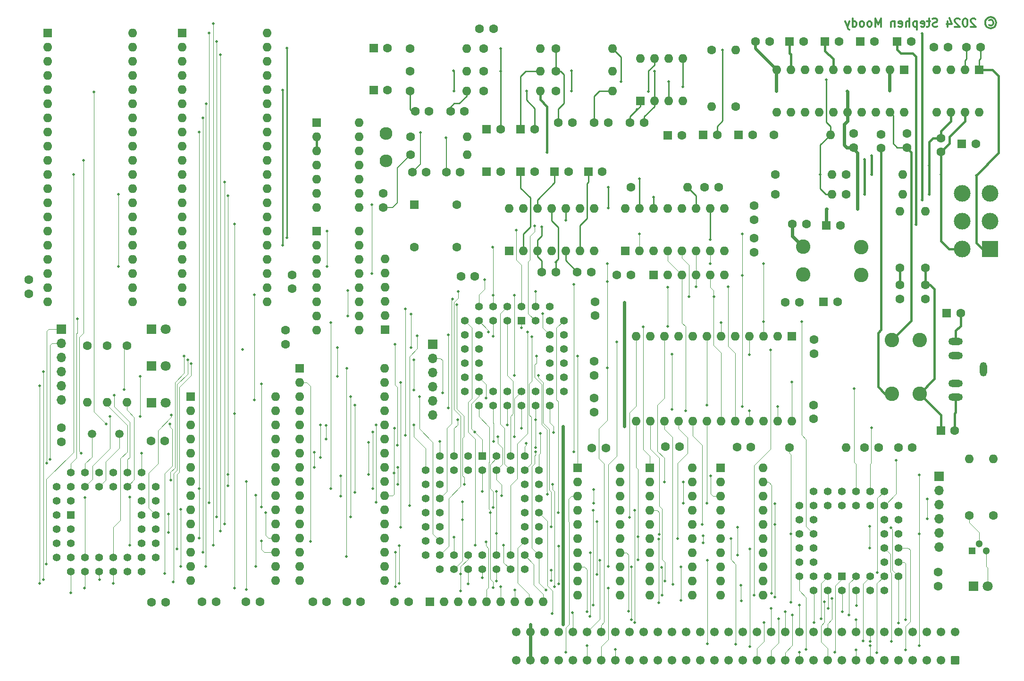
<source format=gbl>
G04 #@! TF.GenerationSoftware,KiCad,Pcbnew,8.0.2*
G04 #@! TF.CreationDate,2024-05-24T13:25:02+01:00*
G04 #@! TF.ProjectId,AudioYM2151V2,41756469-6f59-44d3-9231-353156322e6b,rev?*
G04 #@! TF.SameCoordinates,Original*
G04 #@! TF.FileFunction,Copper,L4,Bot*
G04 #@! TF.FilePolarity,Positive*
%FSLAX46Y46*%
G04 Gerber Fmt 4.6, Leading zero omitted, Abs format (unit mm)*
G04 Created by KiCad (PCBNEW 8.0.2) date 2024-05-24 13:25:02*
%MOMM*%
%LPD*%
G01*
G04 APERTURE LIST*
G04 Aperture macros list*
%AMRoundRect*
0 Rectangle with rounded corners*
0 $1 Rounding radius*
0 $2 $3 $4 $5 $6 $7 $8 $9 X,Y pos of 4 corners*
0 Add a 4 corners polygon primitive as box body*
4,1,4,$2,$3,$4,$5,$6,$7,$8,$9,$2,$3,0*
0 Add four circle primitives for the rounded corners*
1,1,$1+$1,$2,$3*
1,1,$1+$1,$4,$5*
1,1,$1+$1,$6,$7*
1,1,$1+$1,$8,$9*
0 Add four rect primitives between the rounded corners*
20,1,$1+$1,$2,$3,$4,$5,0*
20,1,$1+$1,$4,$5,$6,$7,0*
20,1,$1+$1,$6,$7,$8,$9,0*
20,1,$1+$1,$8,$9,$2,$3,0*%
G04 Aperture macros list end*
%ADD10C,0.300000*%
G04 #@! TA.AperFunction,NonConductor*
%ADD11C,0.300000*%
G04 #@! TD*
G04 #@! TA.AperFunction,ComponentPad*
%ADD12R,1.600000X1.600000*%
G04 #@! TD*
G04 #@! TA.AperFunction,ComponentPad*
%ADD13O,1.600000X1.600000*%
G04 #@! TD*
G04 #@! TA.AperFunction,ComponentPad*
%ADD14C,1.600000*%
G04 #@! TD*
G04 #@! TA.AperFunction,ComponentPad*
%ADD15C,1.500000*%
G04 #@! TD*
G04 #@! TA.AperFunction,ComponentPad*
%ADD16C,2.600000*%
G04 #@! TD*
G04 #@! TA.AperFunction,ComponentPad*
%ADD17R,1.422400X1.422400*%
G04 #@! TD*
G04 #@! TA.AperFunction,ComponentPad*
%ADD18C,1.422400*%
G04 #@! TD*
G04 #@! TA.AperFunction,ComponentPad*
%ADD19R,3.000000X3.000000*%
G04 #@! TD*
G04 #@! TA.AperFunction,ComponentPad*
%ADD20C,3.000000*%
G04 #@! TD*
G04 #@! TA.AperFunction,ComponentPad*
%ADD21O,1.300000X2.600000*%
G04 #@! TD*
G04 #@! TA.AperFunction,ComponentPad*
%ADD22O,2.600000X1.300000*%
G04 #@! TD*
G04 #@! TA.AperFunction,ComponentPad*
%ADD23C,2.300000*%
G04 #@! TD*
G04 #@! TA.AperFunction,ComponentPad*
%ADD24R,1.700000X1.700000*%
G04 #@! TD*
G04 #@! TA.AperFunction,ComponentPad*
%ADD25O,1.700000X1.700000*%
G04 #@! TD*
G04 #@! TA.AperFunction,ComponentPad*
%ADD26R,1.800000X1.800000*%
G04 #@! TD*
G04 #@! TA.AperFunction,ComponentPad*
%ADD27C,1.800000*%
G04 #@! TD*
G04 #@! TA.AperFunction,ComponentPad*
%ADD28R,1.300000X1.300000*%
G04 #@! TD*
G04 #@! TA.AperFunction,ComponentPad*
%ADD29C,1.300000*%
G04 #@! TD*
G04 #@! TA.AperFunction,ComponentPad*
%ADD30RoundRect,0.249999X0.525001X0.525001X-0.525001X0.525001X-0.525001X-0.525001X0.525001X-0.525001X0*%
G04 #@! TD*
G04 #@! TA.AperFunction,ComponentPad*
%ADD31C,1.550000*%
G04 #@! TD*
G04 #@! TA.AperFunction,ViaPad*
%ADD32C,0.500000*%
G04 #@! TD*
G04 #@! TA.AperFunction,Conductor*
%ADD33C,0.600000*%
G04 #@! TD*
G04 #@! TA.AperFunction,Conductor*
%ADD34C,0.254000*%
G04 #@! TD*
G04 #@! TA.AperFunction,Conductor*
%ADD35C,0.101600*%
G04 #@! TD*
G04 #@! TA.AperFunction,Conductor*
%ADD36C,0.400000*%
G04 #@! TD*
G04 #@! TA.AperFunction,Conductor*
%ADD37C,0.500000*%
G04 #@! TD*
G04 #@! TA.AperFunction,Conductor*
%ADD38C,0.127000*%
G04 #@! TD*
G04 #@! TA.AperFunction,Conductor*
%ADD39C,0.200000*%
G04 #@! TD*
G04 APERTURE END LIST*
D10*
D11*
X266468284Y-29761471D02*
X266611141Y-29690042D01*
X266611141Y-29690042D02*
X266896855Y-29690042D01*
X266896855Y-29690042D02*
X267039713Y-29761471D01*
X267039713Y-29761471D02*
X267182570Y-29904328D01*
X267182570Y-29904328D02*
X267253998Y-30047185D01*
X267253998Y-30047185D02*
X267253998Y-30332900D01*
X267253998Y-30332900D02*
X267182570Y-30475757D01*
X267182570Y-30475757D02*
X267039713Y-30618614D01*
X267039713Y-30618614D02*
X266896855Y-30690042D01*
X266896855Y-30690042D02*
X266611141Y-30690042D01*
X266611141Y-30690042D02*
X266468284Y-30618614D01*
X266753998Y-29190042D02*
X267111141Y-29261471D01*
X267111141Y-29261471D02*
X267468284Y-29475757D01*
X267468284Y-29475757D02*
X267682570Y-29832900D01*
X267682570Y-29832900D02*
X267753998Y-30190042D01*
X267753998Y-30190042D02*
X267682570Y-30547185D01*
X267682570Y-30547185D02*
X267468284Y-30904328D01*
X267468284Y-30904328D02*
X267111141Y-31118614D01*
X267111141Y-31118614D02*
X266753998Y-31190042D01*
X266753998Y-31190042D02*
X266396855Y-31118614D01*
X266396855Y-31118614D02*
X266039713Y-30904328D01*
X266039713Y-30904328D02*
X265825427Y-30547185D01*
X265825427Y-30547185D02*
X265753998Y-30190042D01*
X265753998Y-30190042D02*
X265825427Y-29832900D01*
X265825427Y-29832900D02*
X266039713Y-29475757D01*
X266039713Y-29475757D02*
X266396855Y-29261471D01*
X266396855Y-29261471D02*
X266753998Y-29190042D01*
X264039712Y-29547185D02*
X263968284Y-29475757D01*
X263968284Y-29475757D02*
X263825427Y-29404328D01*
X263825427Y-29404328D02*
X263468284Y-29404328D01*
X263468284Y-29404328D02*
X263325427Y-29475757D01*
X263325427Y-29475757D02*
X263253998Y-29547185D01*
X263253998Y-29547185D02*
X263182569Y-29690042D01*
X263182569Y-29690042D02*
X263182569Y-29832900D01*
X263182569Y-29832900D02*
X263253998Y-30047185D01*
X263253998Y-30047185D02*
X264111141Y-30904328D01*
X264111141Y-30904328D02*
X263182569Y-30904328D01*
X262253998Y-29404328D02*
X262111141Y-29404328D01*
X262111141Y-29404328D02*
X261968284Y-29475757D01*
X261968284Y-29475757D02*
X261896856Y-29547185D01*
X261896856Y-29547185D02*
X261825427Y-29690042D01*
X261825427Y-29690042D02*
X261753998Y-29975757D01*
X261753998Y-29975757D02*
X261753998Y-30332900D01*
X261753998Y-30332900D02*
X261825427Y-30618614D01*
X261825427Y-30618614D02*
X261896856Y-30761471D01*
X261896856Y-30761471D02*
X261968284Y-30832900D01*
X261968284Y-30832900D02*
X262111141Y-30904328D01*
X262111141Y-30904328D02*
X262253998Y-30904328D01*
X262253998Y-30904328D02*
X262396856Y-30832900D01*
X262396856Y-30832900D02*
X262468284Y-30761471D01*
X262468284Y-30761471D02*
X262539713Y-30618614D01*
X262539713Y-30618614D02*
X262611141Y-30332900D01*
X262611141Y-30332900D02*
X262611141Y-29975757D01*
X262611141Y-29975757D02*
X262539713Y-29690042D01*
X262539713Y-29690042D02*
X262468284Y-29547185D01*
X262468284Y-29547185D02*
X262396856Y-29475757D01*
X262396856Y-29475757D02*
X262253998Y-29404328D01*
X261182570Y-29547185D02*
X261111142Y-29475757D01*
X261111142Y-29475757D02*
X260968285Y-29404328D01*
X260968285Y-29404328D02*
X260611142Y-29404328D01*
X260611142Y-29404328D02*
X260468285Y-29475757D01*
X260468285Y-29475757D02*
X260396856Y-29547185D01*
X260396856Y-29547185D02*
X260325427Y-29690042D01*
X260325427Y-29690042D02*
X260325427Y-29832900D01*
X260325427Y-29832900D02*
X260396856Y-30047185D01*
X260396856Y-30047185D02*
X261253999Y-30904328D01*
X261253999Y-30904328D02*
X260325427Y-30904328D01*
X259039714Y-29904328D02*
X259039714Y-30904328D01*
X259396856Y-29332900D02*
X259753999Y-30404328D01*
X259753999Y-30404328D02*
X258825428Y-30404328D01*
X257182571Y-30832900D02*
X256968286Y-30904328D01*
X256968286Y-30904328D02*
X256611143Y-30904328D01*
X256611143Y-30904328D02*
X256468286Y-30832900D01*
X256468286Y-30832900D02*
X256396857Y-30761471D01*
X256396857Y-30761471D02*
X256325428Y-30618614D01*
X256325428Y-30618614D02*
X256325428Y-30475757D01*
X256325428Y-30475757D02*
X256396857Y-30332900D01*
X256396857Y-30332900D02*
X256468286Y-30261471D01*
X256468286Y-30261471D02*
X256611143Y-30190042D01*
X256611143Y-30190042D02*
X256896857Y-30118614D01*
X256896857Y-30118614D02*
X257039714Y-30047185D01*
X257039714Y-30047185D02*
X257111143Y-29975757D01*
X257111143Y-29975757D02*
X257182571Y-29832900D01*
X257182571Y-29832900D02*
X257182571Y-29690042D01*
X257182571Y-29690042D02*
X257111143Y-29547185D01*
X257111143Y-29547185D02*
X257039714Y-29475757D01*
X257039714Y-29475757D02*
X256896857Y-29404328D01*
X256896857Y-29404328D02*
X256539714Y-29404328D01*
X256539714Y-29404328D02*
X256325428Y-29475757D01*
X255896857Y-29904328D02*
X255325429Y-29904328D01*
X255682572Y-29404328D02*
X255682572Y-30690042D01*
X255682572Y-30690042D02*
X255611143Y-30832900D01*
X255611143Y-30832900D02*
X255468286Y-30904328D01*
X255468286Y-30904328D02*
X255325429Y-30904328D01*
X254254000Y-30832900D02*
X254396857Y-30904328D01*
X254396857Y-30904328D02*
X254682572Y-30904328D01*
X254682572Y-30904328D02*
X254825429Y-30832900D01*
X254825429Y-30832900D02*
X254896857Y-30690042D01*
X254896857Y-30690042D02*
X254896857Y-30118614D01*
X254896857Y-30118614D02*
X254825429Y-29975757D01*
X254825429Y-29975757D02*
X254682572Y-29904328D01*
X254682572Y-29904328D02*
X254396857Y-29904328D01*
X254396857Y-29904328D02*
X254254000Y-29975757D01*
X254254000Y-29975757D02*
X254182572Y-30118614D01*
X254182572Y-30118614D02*
X254182572Y-30261471D01*
X254182572Y-30261471D02*
X254896857Y-30404328D01*
X253539715Y-29904328D02*
X253539715Y-31404328D01*
X253539715Y-29975757D02*
X253396858Y-29904328D01*
X253396858Y-29904328D02*
X253111143Y-29904328D01*
X253111143Y-29904328D02*
X252968286Y-29975757D01*
X252968286Y-29975757D02*
X252896858Y-30047185D01*
X252896858Y-30047185D02*
X252825429Y-30190042D01*
X252825429Y-30190042D02*
X252825429Y-30618614D01*
X252825429Y-30618614D02*
X252896858Y-30761471D01*
X252896858Y-30761471D02*
X252968286Y-30832900D01*
X252968286Y-30832900D02*
X253111143Y-30904328D01*
X253111143Y-30904328D02*
X253396858Y-30904328D01*
X253396858Y-30904328D02*
X253539715Y-30832900D01*
X252182572Y-30904328D02*
X252182572Y-29404328D01*
X251539715Y-30904328D02*
X251539715Y-30118614D01*
X251539715Y-30118614D02*
X251611143Y-29975757D01*
X251611143Y-29975757D02*
X251754000Y-29904328D01*
X251754000Y-29904328D02*
X251968286Y-29904328D01*
X251968286Y-29904328D02*
X252111143Y-29975757D01*
X252111143Y-29975757D02*
X252182572Y-30047185D01*
X250254000Y-30832900D02*
X250396857Y-30904328D01*
X250396857Y-30904328D02*
X250682572Y-30904328D01*
X250682572Y-30904328D02*
X250825429Y-30832900D01*
X250825429Y-30832900D02*
X250896857Y-30690042D01*
X250896857Y-30690042D02*
X250896857Y-30118614D01*
X250896857Y-30118614D02*
X250825429Y-29975757D01*
X250825429Y-29975757D02*
X250682572Y-29904328D01*
X250682572Y-29904328D02*
X250396857Y-29904328D01*
X250396857Y-29904328D02*
X250254000Y-29975757D01*
X250254000Y-29975757D02*
X250182572Y-30118614D01*
X250182572Y-30118614D02*
X250182572Y-30261471D01*
X250182572Y-30261471D02*
X250896857Y-30404328D01*
X249539715Y-29904328D02*
X249539715Y-30904328D01*
X249539715Y-30047185D02*
X249468286Y-29975757D01*
X249468286Y-29975757D02*
X249325429Y-29904328D01*
X249325429Y-29904328D02*
X249111143Y-29904328D01*
X249111143Y-29904328D02*
X248968286Y-29975757D01*
X248968286Y-29975757D02*
X248896858Y-30118614D01*
X248896858Y-30118614D02*
X248896858Y-30904328D01*
X247039715Y-30904328D02*
X247039715Y-29404328D01*
X247039715Y-29404328D02*
X246539715Y-30475757D01*
X246539715Y-30475757D02*
X246039715Y-29404328D01*
X246039715Y-29404328D02*
X246039715Y-30904328D01*
X245111143Y-30904328D02*
X245254000Y-30832900D01*
X245254000Y-30832900D02*
X245325429Y-30761471D01*
X245325429Y-30761471D02*
X245396857Y-30618614D01*
X245396857Y-30618614D02*
X245396857Y-30190042D01*
X245396857Y-30190042D02*
X245325429Y-30047185D01*
X245325429Y-30047185D02*
X245254000Y-29975757D01*
X245254000Y-29975757D02*
X245111143Y-29904328D01*
X245111143Y-29904328D02*
X244896857Y-29904328D01*
X244896857Y-29904328D02*
X244754000Y-29975757D01*
X244754000Y-29975757D02*
X244682572Y-30047185D01*
X244682572Y-30047185D02*
X244611143Y-30190042D01*
X244611143Y-30190042D02*
X244611143Y-30618614D01*
X244611143Y-30618614D02*
X244682572Y-30761471D01*
X244682572Y-30761471D02*
X244754000Y-30832900D01*
X244754000Y-30832900D02*
X244896857Y-30904328D01*
X244896857Y-30904328D02*
X245111143Y-30904328D01*
X243754000Y-30904328D02*
X243896857Y-30832900D01*
X243896857Y-30832900D02*
X243968286Y-30761471D01*
X243968286Y-30761471D02*
X244039714Y-30618614D01*
X244039714Y-30618614D02*
X244039714Y-30190042D01*
X244039714Y-30190042D02*
X243968286Y-30047185D01*
X243968286Y-30047185D02*
X243896857Y-29975757D01*
X243896857Y-29975757D02*
X243754000Y-29904328D01*
X243754000Y-29904328D02*
X243539714Y-29904328D01*
X243539714Y-29904328D02*
X243396857Y-29975757D01*
X243396857Y-29975757D02*
X243325429Y-30047185D01*
X243325429Y-30047185D02*
X243254000Y-30190042D01*
X243254000Y-30190042D02*
X243254000Y-30618614D01*
X243254000Y-30618614D02*
X243325429Y-30761471D01*
X243325429Y-30761471D02*
X243396857Y-30832900D01*
X243396857Y-30832900D02*
X243539714Y-30904328D01*
X243539714Y-30904328D02*
X243754000Y-30904328D01*
X241968286Y-30904328D02*
X241968286Y-29404328D01*
X241968286Y-30832900D02*
X242111143Y-30904328D01*
X242111143Y-30904328D02*
X242396857Y-30904328D01*
X242396857Y-30904328D02*
X242539714Y-30832900D01*
X242539714Y-30832900D02*
X242611143Y-30761471D01*
X242611143Y-30761471D02*
X242682571Y-30618614D01*
X242682571Y-30618614D02*
X242682571Y-30190042D01*
X242682571Y-30190042D02*
X242611143Y-30047185D01*
X242611143Y-30047185D02*
X242539714Y-29975757D01*
X242539714Y-29975757D02*
X242396857Y-29904328D01*
X242396857Y-29904328D02*
X242111143Y-29904328D01*
X242111143Y-29904328D02*
X241968286Y-29975757D01*
X241396857Y-29904328D02*
X241039714Y-30904328D01*
X240682571Y-29904328D02*
X241039714Y-30904328D01*
X241039714Y-30904328D02*
X241182571Y-31261471D01*
X241182571Y-31261471D02*
X241254000Y-31332900D01*
X241254000Y-31332900D02*
X241396857Y-31404328D01*
D12*
X123190000Y-97332800D03*
D13*
X123190000Y-99872800D03*
X123190000Y-102412800D03*
X123190000Y-104952800D03*
X123190000Y-107492800D03*
X123190000Y-110032800D03*
X123190000Y-112572800D03*
X123190000Y-115112800D03*
X123190000Y-117652800D03*
X123190000Y-120192800D03*
X123190000Y-122732800D03*
X123190000Y-125272800D03*
X123190000Y-127812800D03*
X123190000Y-130352800D03*
X138430000Y-130352800D03*
X138430000Y-127812800D03*
X138430000Y-125272800D03*
X138430000Y-122732800D03*
X138430000Y-120192800D03*
X138430000Y-117652800D03*
X138430000Y-115112800D03*
X138430000Y-112572800D03*
X138430000Y-110032800D03*
X138430000Y-107492800D03*
X138430000Y-104952800D03*
X138430000Y-102412800D03*
X138430000Y-99872800D03*
X138430000Y-97332800D03*
D12*
X176316000Y-56896000D03*
D14*
X178816000Y-56896000D03*
D15*
X105500000Y-104013000D03*
X110400000Y-104013000D03*
D16*
X243502000Y-70454000D03*
X243502000Y-75454000D03*
D14*
X262890000Y-118618000D03*
D13*
X262890000Y-108458000D03*
D12*
X250000888Y-33528000D03*
D14*
X252500888Y-33528000D03*
D12*
X230691888Y-33538000D03*
D14*
X233191888Y-33538000D03*
X111760000Y-88138000D03*
D13*
X111760000Y-98298000D03*
D12*
X156046288Y-34772600D03*
D14*
X158546288Y-34772600D03*
D12*
X243396888Y-33528000D03*
D14*
X245896888Y-33528000D03*
X223723200Y-106375200D03*
X221223200Y-106375200D03*
X202184000Y-59690000D03*
D13*
X212344000Y-59690000D03*
D12*
X182412000Y-56896000D03*
D14*
X184912000Y-56896000D03*
D12*
X205587600Y-110134400D03*
D13*
X205587600Y-112674400D03*
X205587600Y-115214400D03*
X205587600Y-117754400D03*
X205587600Y-120294400D03*
X205587600Y-122834400D03*
X205587600Y-125374400D03*
X205587600Y-127914400D03*
X205587600Y-130454400D03*
X205587600Y-132994400D03*
X213207600Y-132994400D03*
X213207600Y-130454400D03*
X213207600Y-127914400D03*
X213207600Y-125374400D03*
X213207600Y-122834400D03*
X213207600Y-120294400D03*
X213207600Y-117754400D03*
X213207600Y-115214400D03*
X213207600Y-112674400D03*
X213207600Y-110134400D03*
D14*
X175046000Y-31242000D03*
X177546000Y-31242000D03*
D12*
X257810000Y-103378000D03*
D14*
X260310000Y-103378000D03*
X224282000Y-68874000D03*
X224282000Y-71374000D03*
X175768000Y-38862000D03*
D13*
X185928000Y-38862000D03*
D12*
X203860400Y-44221400D03*
D13*
X206400400Y-44221400D03*
X208940400Y-44221400D03*
X211480400Y-44221400D03*
X211480400Y-36601400D03*
X208940400Y-36601400D03*
X206400400Y-36601400D03*
X203860400Y-36601400D03*
D14*
X228092000Y-60960000D03*
D13*
X238252000Y-60960000D03*
D12*
X231075000Y-86475000D03*
D13*
X228535000Y-86475000D03*
X225995000Y-86475000D03*
X223455000Y-86475000D03*
X220915000Y-86475000D03*
X218375000Y-86475000D03*
X215835000Y-86475000D03*
X213295000Y-86475000D03*
X210755000Y-86475000D03*
X208215000Y-86475000D03*
X205675000Y-86475000D03*
X203135000Y-86475000D03*
X203135000Y-101715000D03*
X205675000Y-101715000D03*
X208215000Y-101715000D03*
X210755000Y-101715000D03*
X213295000Y-101715000D03*
X215835000Y-101715000D03*
X218375000Y-101715000D03*
X220915000Y-101715000D03*
X223455000Y-101715000D03*
X225995000Y-101715000D03*
X228535000Y-101715000D03*
X231075000Y-101715000D03*
D12*
X261600000Y-51900000D03*
D14*
X264100000Y-51900000D03*
X257302000Y-128818000D03*
X257302000Y-131318000D03*
D12*
X201168000Y-71120000D03*
D13*
X203708000Y-71120000D03*
X206248000Y-71120000D03*
X208788000Y-71120000D03*
X211328000Y-71120000D03*
X213868000Y-71120000D03*
X216408000Y-71120000D03*
X218948000Y-71120000D03*
X218948000Y-63500000D03*
X216408000Y-63500000D03*
X213868000Y-63500000D03*
X211328000Y-63500000D03*
X208788000Y-63500000D03*
X206248000Y-63500000D03*
X203708000Y-63500000D03*
X201168000Y-63500000D03*
D17*
X182524400Y-83693000D03*
D18*
X179984400Y-81153000D03*
X179984400Y-83693000D03*
X177444400Y-81153000D03*
X177444400Y-83693000D03*
X174904400Y-81153000D03*
X172364400Y-83693000D03*
X174904400Y-83693000D03*
X172364400Y-86233000D03*
X174904400Y-86233000D03*
X172364400Y-88773000D03*
X174904400Y-88773000D03*
X172364400Y-91313000D03*
X174904400Y-91313000D03*
X172364400Y-93853000D03*
X174904400Y-93853000D03*
X172364400Y-96393000D03*
X174904400Y-98933000D03*
X174904400Y-96393000D03*
X177444400Y-98933000D03*
X177444400Y-96393000D03*
X179984400Y-98933000D03*
X179984400Y-96393000D03*
X182524400Y-98933000D03*
X182524400Y-96393000D03*
X185064400Y-98933000D03*
X185064400Y-96393000D03*
X187604400Y-98933000D03*
X190144400Y-96393000D03*
X187604400Y-96393000D03*
X190144400Y-93853000D03*
X187604400Y-93853000D03*
X190144400Y-91313000D03*
X187604400Y-91313000D03*
X190144400Y-88773000D03*
X187604400Y-88773000D03*
X190144400Y-86233000D03*
X187604400Y-86233000D03*
X190144400Y-83693000D03*
X187604400Y-81153000D03*
X187604400Y-83693000D03*
X185064400Y-81153000D03*
X185064400Y-83693000D03*
X182524400Y-81153000D03*
D14*
X256580000Y-34544000D03*
X259080000Y-34544000D03*
X240792000Y-57404000D03*
D13*
X250952000Y-57404000D03*
D14*
X162560000Y-34798000D03*
D13*
X172720000Y-34798000D03*
D14*
X229910000Y-80400000D03*
X232410000Y-80400000D03*
D17*
X101700000Y-118540000D03*
D18*
X99160000Y-121080000D03*
X101700000Y-121080000D03*
X99160000Y-123620000D03*
X101700000Y-123620000D03*
X99160000Y-126160000D03*
X101700000Y-128700000D03*
X101700000Y-126160000D03*
X104240000Y-128700000D03*
X104240000Y-126160000D03*
X106780000Y-128700000D03*
X106780000Y-126160000D03*
X109320000Y-128700000D03*
X109320000Y-126160000D03*
X111860000Y-128700000D03*
X111860000Y-126160000D03*
X114400000Y-128700000D03*
X116940000Y-126160000D03*
X114400000Y-126160000D03*
X116940000Y-123620000D03*
X114400000Y-123620000D03*
X116940000Y-121080000D03*
X114400000Y-121080000D03*
X116940000Y-118540000D03*
X114400000Y-118540000D03*
X116940000Y-116000000D03*
X114400000Y-116000000D03*
X116940000Y-113460000D03*
X114400000Y-110920000D03*
X114400000Y-113460000D03*
X111860000Y-110920000D03*
X111860000Y-113460000D03*
X109320000Y-110920000D03*
X109320000Y-113460000D03*
X106780000Y-110920000D03*
X106780000Y-113460000D03*
X104240000Y-110920000D03*
X104240000Y-113460000D03*
X101700000Y-110920000D03*
X99160000Y-113460000D03*
X101700000Y-113460000D03*
X99160000Y-116000000D03*
X101700000Y-116000000D03*
X99160000Y-118540000D03*
D12*
X264668000Y-38608000D03*
D13*
X262128000Y-38608000D03*
X259588000Y-38608000D03*
X257048000Y-38608000D03*
X257048000Y-46228000D03*
X259588000Y-46228000D03*
X262128000Y-46228000D03*
X264668000Y-46228000D03*
D14*
X162687000Y-50687000D03*
D13*
X172847000Y-50687000D03*
D14*
X224576000Y-33528000D03*
X227076000Y-33528000D03*
D12*
X188508000Y-56896000D03*
D14*
X191008000Y-56896000D03*
D12*
X237041888Y-33538000D03*
D14*
X239541888Y-33538000D03*
D19*
X266658000Y-70802000D03*
D20*
X266658000Y-65802000D03*
X266658000Y-60802000D03*
X261658000Y-70802000D03*
X261658000Y-65802000D03*
X261658000Y-60802000D03*
D12*
X221528000Y-50292000D03*
D14*
X224028000Y-50292000D03*
X247100000Y-52700000D03*
X247100000Y-50200000D03*
X175768000Y-42432000D03*
D13*
X185928000Y-42432000D03*
D14*
X188722000Y-38862000D03*
D13*
X198882000Y-38862000D03*
D14*
X195808600Y-82764000D03*
X195808600Y-80264000D03*
D12*
X176316000Y-49276000D03*
D14*
X178816000Y-49276000D03*
X242200000Y-52600000D03*
X242200000Y-50100000D03*
D12*
X194564000Y-56896000D03*
D14*
X197064000Y-56896000D03*
D12*
X97536000Y-32004000D03*
D13*
X97536000Y-34544000D03*
X97536000Y-37084000D03*
X97536000Y-39624000D03*
X97536000Y-42164000D03*
X97536000Y-44704000D03*
X97536000Y-47244000D03*
X97536000Y-49784000D03*
X97536000Y-52324000D03*
X97536000Y-54864000D03*
X97536000Y-57404000D03*
X97536000Y-59944000D03*
X97536000Y-62484000D03*
X97536000Y-65024000D03*
X97536000Y-67564000D03*
X97536000Y-70104000D03*
X97536000Y-72644000D03*
X97536000Y-75184000D03*
X97536000Y-77724000D03*
X97536000Y-80264000D03*
X112776000Y-80264000D03*
X112776000Y-77724000D03*
X112776000Y-75184000D03*
X112776000Y-72644000D03*
X112776000Y-70104000D03*
X112776000Y-67564000D03*
X112776000Y-65024000D03*
X112776000Y-62484000D03*
X112776000Y-59944000D03*
X112776000Y-57404000D03*
X112776000Y-54864000D03*
X112776000Y-52324000D03*
X112776000Y-49784000D03*
X112776000Y-47244000D03*
X112776000Y-44704000D03*
X112776000Y-42164000D03*
X112776000Y-39624000D03*
X112776000Y-37084000D03*
X112776000Y-34544000D03*
X112776000Y-32004000D03*
D16*
X249000000Y-96774000D03*
X254000000Y-96774000D03*
D14*
X163489000Y-46101000D03*
X165989000Y-46101000D03*
D12*
X180340000Y-71120000D03*
D13*
X182880000Y-71120000D03*
X185420000Y-71120000D03*
X187960000Y-71120000D03*
X190500000Y-71120000D03*
X193040000Y-71120000D03*
X195580000Y-71120000D03*
X195580000Y-63500000D03*
X193040000Y-63500000D03*
X190500000Y-63500000D03*
X187960000Y-63500000D03*
X185420000Y-63500000D03*
X182880000Y-63500000D03*
X180340000Y-63500000D03*
D14*
X250190000Y-106426000D03*
X252690000Y-106426000D03*
X189193800Y-48082200D03*
X191693800Y-48082200D03*
D12*
X145796000Y-48133000D03*
D13*
X145796000Y-50673000D03*
X145796000Y-53213000D03*
X145796000Y-55753000D03*
X145796000Y-58293000D03*
X145796000Y-60833000D03*
X145796000Y-63373000D03*
X153416000Y-63373000D03*
X153416000Y-60833000D03*
X153416000Y-58293000D03*
X153416000Y-55753000D03*
X153416000Y-53213000D03*
X153416000Y-50673000D03*
X153416000Y-48133000D03*
D12*
X145796000Y-67564000D03*
D13*
X145796000Y-70104000D03*
X145796000Y-72644000D03*
X145796000Y-75184000D03*
X145796000Y-77724000D03*
X145796000Y-80264000D03*
X145796000Y-82804000D03*
X145796000Y-85344000D03*
X153416000Y-85344000D03*
X153416000Y-82804000D03*
X153416000Y-80264000D03*
X153416000Y-77724000D03*
X153416000Y-75184000D03*
X153416000Y-72644000D03*
X153416000Y-70104000D03*
X153416000Y-67564000D03*
D14*
X267208000Y-118618000D03*
D13*
X267208000Y-108458000D03*
D14*
X244134000Y-106426000D03*
X246634000Y-106426000D03*
D12*
X215178000Y-50292000D03*
D14*
X217678000Y-50292000D03*
X99986000Y-105410000D03*
X99986000Y-102910000D03*
D12*
X192633600Y-110134400D03*
D13*
X192633600Y-112674400D03*
X192633600Y-115214400D03*
X192633600Y-117754400D03*
X192633600Y-120294400D03*
X192633600Y-122834400D03*
X192633600Y-125374400D03*
X192633600Y-127914400D03*
X192633600Y-130454400D03*
X192633600Y-132994400D03*
X200253600Y-132994400D03*
X200253600Y-130454400D03*
X200253600Y-127914400D03*
X200253600Y-125374400D03*
X200253600Y-122834400D03*
X200253600Y-120294400D03*
X200253600Y-117754400D03*
X200253600Y-115214400D03*
X200253600Y-112674400D03*
X200253600Y-110134400D03*
D14*
X255016000Y-74168000D03*
D13*
X255016000Y-64008000D03*
D14*
X125262000Y-134162800D03*
X127762000Y-134162800D03*
D21*
X265470000Y-92416000D03*
D22*
X260470000Y-87416000D03*
X260470000Y-97416000D03*
X260470000Y-89916000D03*
X260470000Y-94916000D03*
D14*
X116078000Y-105283000D03*
X118578000Y-105283000D03*
X151200800Y-134162800D03*
X153700800Y-134162800D03*
D23*
X158242000Y-54938000D03*
X158242000Y-50038000D03*
D17*
X175524800Y-108000800D03*
D18*
X175524800Y-110540800D03*
X172984800Y-108000800D03*
X172984800Y-110540800D03*
X170444800Y-108000800D03*
X170444800Y-110540800D03*
X167904800Y-108000800D03*
X165364800Y-110540800D03*
X167904800Y-110540800D03*
X165364800Y-113080800D03*
X167904800Y-113080800D03*
X165364800Y-115620800D03*
X167904800Y-115620800D03*
X165364800Y-118160800D03*
X167904800Y-118160800D03*
X165364800Y-120700800D03*
X167904800Y-120700800D03*
X165364800Y-123240800D03*
X167904800Y-123240800D03*
X165364800Y-125780800D03*
X167904800Y-128320800D03*
X167904800Y-125780800D03*
X170444800Y-128320800D03*
X170444800Y-125780800D03*
X172984800Y-128320800D03*
X172984800Y-125780800D03*
X175524800Y-128320800D03*
X175524800Y-125780800D03*
X178064800Y-128320800D03*
X178064800Y-125780800D03*
X180604800Y-128320800D03*
X180604800Y-125780800D03*
X183144800Y-128320800D03*
X185684800Y-125780800D03*
X183144800Y-125780800D03*
X185684800Y-123240800D03*
X183144800Y-123240800D03*
X185684800Y-120700800D03*
X183144800Y-120700800D03*
X185684800Y-118160800D03*
X183144800Y-118160800D03*
X185684800Y-115620800D03*
X183144800Y-115620800D03*
X185684800Y-113080800D03*
X183144800Y-113080800D03*
X185684800Y-110540800D03*
X183144800Y-108000800D03*
X183144800Y-110540800D03*
X180604800Y-108000800D03*
X180604800Y-110540800D03*
X178064800Y-108000800D03*
X178064800Y-110540800D03*
D14*
X262422000Y-34544000D03*
X264922000Y-34544000D03*
D12*
X236768000Y-80264000D03*
D14*
X239268000Y-80264000D03*
X217932000Y-59690000D03*
X215432000Y-59690000D03*
X108204000Y-88163400D03*
D13*
X108204000Y-98323400D03*
D14*
X104648000Y-88138000D03*
D13*
X104648000Y-98298000D03*
D14*
X169077000Y-57023000D03*
X171577000Y-57023000D03*
D12*
X258866000Y-82296000D03*
D14*
X261366000Y-82296000D03*
D24*
X257454400Y-111607600D03*
D25*
X257454400Y-114147600D03*
X257454400Y-116687600D03*
X257454400Y-119227600D03*
X257454400Y-121767600D03*
X257454400Y-124307600D03*
D26*
X116205000Y-91821000D03*
D27*
X118745000Y-91821000D03*
D12*
X156032200Y-42316400D03*
D14*
X158532200Y-42316400D03*
X250444000Y-79756000D03*
X250444000Y-77256000D03*
X169849800Y-46101000D03*
X172349800Y-46101000D03*
X157734000Y-63333000D03*
X157734000Y-60833000D03*
X188722000Y-42418000D03*
D13*
X198882000Y-42418000D03*
D26*
X116205000Y-98425000D03*
D27*
X118745000Y-98425000D03*
D14*
X250444000Y-74168000D03*
D13*
X250444000Y-64008000D03*
D14*
X216662000Y-35052000D03*
D13*
X216662000Y-45212000D03*
D14*
X195580000Y-97576000D03*
X195580000Y-100076000D03*
D24*
X166624000Y-87884000D03*
D25*
X166624000Y-90424000D03*
X166624000Y-92964000D03*
X166624000Y-95504000D03*
X166624000Y-98044000D03*
X166624000Y-100584000D03*
D14*
X220980000Y-45212000D03*
D13*
X220980000Y-35052000D03*
D14*
X162560000Y-38862000D03*
D13*
X172720000Y-38862000D03*
D12*
X218287600Y-110134400D03*
D13*
X218287600Y-112674400D03*
X218287600Y-115214400D03*
X218287600Y-117754400D03*
X218287600Y-120294400D03*
X218287600Y-122834400D03*
X218287600Y-125374400D03*
X218287600Y-127914400D03*
X218287600Y-130454400D03*
X218287600Y-132994400D03*
X225907600Y-132994400D03*
X225907600Y-130454400D03*
X225907600Y-127914400D03*
X225907600Y-125374400D03*
X225907600Y-122834400D03*
X225907600Y-120294400D03*
X225907600Y-117754400D03*
X225907600Y-115214400D03*
X225907600Y-112674400D03*
X225907600Y-110134400D03*
D14*
X230632000Y-106451400D03*
D13*
X240792000Y-106451400D03*
D17*
X240055400Y-129540000D03*
D18*
X242595400Y-132080000D03*
X242595400Y-129540000D03*
X245135400Y-132080000D03*
X245135400Y-129540000D03*
X247675400Y-132080000D03*
X250215400Y-129540000D03*
X247675400Y-129540000D03*
X250215400Y-127000000D03*
X247675400Y-127000000D03*
X250215400Y-124460000D03*
X247675400Y-124460000D03*
X250215400Y-121920000D03*
X247675400Y-121920000D03*
X250215400Y-119380000D03*
X247675400Y-119380000D03*
X250215400Y-116840000D03*
X247675400Y-114300000D03*
X247675400Y-116840000D03*
X245135400Y-114300000D03*
X245135400Y-116840000D03*
X242595400Y-114300000D03*
X242595400Y-116840000D03*
X240055400Y-114300000D03*
X240055400Y-116840000D03*
X237515400Y-114300000D03*
X237515400Y-116840000D03*
X234975400Y-114300000D03*
X232435400Y-116840000D03*
X234975400Y-116840000D03*
X232435400Y-119380000D03*
X234975400Y-119380000D03*
X232435400Y-121920000D03*
X234975400Y-121920000D03*
X232435400Y-124460000D03*
X234975400Y-124460000D03*
X232435400Y-127000000D03*
X234975400Y-127000000D03*
X232435400Y-129540000D03*
X234975400Y-132080000D03*
X234975400Y-129540000D03*
X237515400Y-132080000D03*
X237515400Y-129540000D03*
X240055400Y-132080000D03*
D14*
X118700000Y-134200000D03*
X116200000Y-134200000D03*
D12*
X237300888Y-66548000D03*
D14*
X239800888Y-66548000D03*
X133136000Y-134162800D03*
X135636000Y-134162800D03*
X140208000Y-87884000D03*
X140208000Y-85384000D03*
X231180000Y-66294000D03*
X233680000Y-66294000D03*
X228092000Y-57404000D03*
D13*
X238252000Y-57404000D03*
D14*
X188722000Y-74930000D03*
X186222000Y-74930000D03*
X224282000Y-63032000D03*
X224282000Y-65532000D03*
D12*
X142798800Y-92252800D03*
D13*
X142798800Y-94792800D03*
X142798800Y-97332800D03*
X142798800Y-99872800D03*
X142798800Y-102412800D03*
X142798800Y-104952800D03*
X142798800Y-107492800D03*
X142798800Y-110032800D03*
X142798800Y-112572800D03*
X142798800Y-115112800D03*
X142798800Y-117652800D03*
X142798800Y-120192800D03*
X142798800Y-122732800D03*
X142798800Y-125272800D03*
X142798800Y-127812800D03*
X142798800Y-130352800D03*
X158038800Y-130352800D03*
X158038800Y-127812800D03*
X158038800Y-125272800D03*
X158038800Y-122732800D03*
X158038800Y-120192800D03*
X158038800Y-117652800D03*
X158038800Y-115112800D03*
X158038800Y-112572800D03*
X158038800Y-110032800D03*
X158038800Y-107492800D03*
X158038800Y-104952800D03*
X158038800Y-102412800D03*
X158038800Y-99872800D03*
X158038800Y-97332800D03*
X158038800Y-94792800D03*
X158038800Y-92252800D03*
D12*
X158130400Y-85328600D03*
D13*
X158130400Y-82788600D03*
X158130400Y-80248600D03*
X158130400Y-77708600D03*
X158130400Y-75168600D03*
X158130400Y-72628600D03*
D14*
X199684000Y-75438000D03*
X202184000Y-75438000D03*
X94183200Y-78841600D03*
X94183200Y-76341600D03*
X251700000Y-52600000D03*
X251700000Y-50100000D03*
X235000000Y-98800000D03*
X235000000Y-101300000D03*
X235100000Y-87100000D03*
X235100000Y-89600000D03*
X257800000Y-50900000D03*
X257800000Y-53400000D03*
X227838000Y-50292000D03*
D13*
X237998000Y-50292000D03*
D14*
X175768000Y-34812000D03*
D13*
X185928000Y-34812000D03*
D14*
X162687000Y-53848000D03*
D13*
X172847000Y-53848000D03*
D12*
X251206000Y-38608000D03*
D13*
X248666000Y-38608000D03*
X246126000Y-38608000D03*
X243586000Y-38608000D03*
X241046000Y-38608000D03*
X238506000Y-38608000D03*
X235966000Y-38608000D03*
X233426000Y-38608000D03*
X230886000Y-38608000D03*
X228346000Y-38608000D03*
X228346000Y-46228000D03*
X230886000Y-46228000D03*
X233426000Y-46228000D03*
X235966000Y-46228000D03*
X238506000Y-46228000D03*
X241046000Y-46228000D03*
X243586000Y-46228000D03*
X246126000Y-46228000D03*
X248666000Y-46228000D03*
X251206000Y-46228000D03*
D12*
X163322000Y-62865000D03*
D14*
X163322000Y-70485000D03*
X170942000Y-70485000D03*
X170942000Y-62865000D03*
D26*
X263652000Y-131318000D03*
D27*
X266192000Y-131318000D03*
D14*
X195580000Y-90972000D03*
X195580000Y-93472000D03*
X188722000Y-34812000D03*
D13*
X198882000Y-34812000D03*
D28*
X263398000Y-124968000D03*
D29*
X264668000Y-123698000D03*
X265938000Y-124968000D03*
D14*
X145104800Y-134162800D03*
X147604800Y-134162800D03*
D16*
X249000000Y-87172800D03*
X254000000Y-87172800D03*
D14*
X240792000Y-60960000D03*
D13*
X250952000Y-60960000D03*
D14*
X162560000Y-42418000D03*
D13*
X172720000Y-42418000D03*
D14*
X255016000Y-79756000D03*
X255016000Y-77256000D03*
D12*
X206273400Y-75488800D03*
D13*
X208813400Y-75488800D03*
X211353400Y-75488800D03*
X213893400Y-75488800D03*
X216433400Y-75488800D03*
X218973400Y-75488800D03*
D24*
X99999800Y-85191600D03*
D25*
X99999800Y-87731600D03*
X99999800Y-90271600D03*
X99999800Y-92811600D03*
X99999800Y-95351600D03*
X99999800Y-97891600D03*
D14*
X162981000Y-57023000D03*
X165481000Y-57023000D03*
X141427200Y-75427200D03*
X141427200Y-77927200D03*
D12*
X182412000Y-49276000D03*
D14*
X184912000Y-49276000D03*
X202071600Y-48133000D03*
X204571600Y-48133000D03*
D12*
X166126800Y-134162800D03*
D13*
X168666800Y-134162800D03*
X171206800Y-134162800D03*
X173746800Y-134162800D03*
X176286800Y-134162800D03*
X178826800Y-134162800D03*
X181366800Y-134162800D03*
X183906800Y-134162800D03*
X186446800Y-134162800D03*
D12*
X121666000Y-32004000D03*
D13*
X121666000Y-34544000D03*
X121666000Y-37084000D03*
X121666000Y-39624000D03*
X121666000Y-42164000D03*
X121666000Y-44704000D03*
X121666000Y-47244000D03*
X121666000Y-49784000D03*
X121666000Y-52324000D03*
X121666000Y-54864000D03*
X121666000Y-57404000D03*
X121666000Y-59944000D03*
X121666000Y-62484000D03*
X121666000Y-65024000D03*
X121666000Y-67564000D03*
X121666000Y-70104000D03*
X121666000Y-72644000D03*
X121666000Y-75184000D03*
X121666000Y-77724000D03*
X121666000Y-80264000D03*
X136906000Y-80264000D03*
X136906000Y-77724000D03*
X136906000Y-75184000D03*
X136906000Y-72644000D03*
X136906000Y-70104000D03*
X136906000Y-67564000D03*
X136906000Y-65024000D03*
X136906000Y-62484000D03*
X136906000Y-59944000D03*
X136906000Y-57404000D03*
X136906000Y-54864000D03*
X136906000Y-52324000D03*
X136906000Y-49784000D03*
X136906000Y-47244000D03*
X136906000Y-44704000D03*
X136906000Y-42164000D03*
X136906000Y-39624000D03*
X136906000Y-37084000D03*
X136906000Y-34544000D03*
X136906000Y-32004000D03*
D14*
X171704000Y-75692000D03*
X174204000Y-75692000D03*
D16*
X233088000Y-70414000D03*
X233088000Y-75414000D03*
D26*
X116205000Y-85217000D03*
D27*
X118745000Y-85217000D03*
D14*
X195605400Y-48082200D03*
X198105400Y-48082200D03*
D30*
X260350000Y-144680000D03*
D31*
X257810000Y-144680000D03*
X255270000Y-144680000D03*
X252730000Y-144680000D03*
X250190000Y-144680000D03*
X247650000Y-144680000D03*
X245110000Y-144680000D03*
X242570000Y-144680000D03*
X240030000Y-144680000D03*
X237490000Y-144680000D03*
X234950000Y-144680000D03*
X232410000Y-144680000D03*
X229870000Y-144680000D03*
X227330000Y-144680000D03*
X224790000Y-144680000D03*
X222250000Y-144680000D03*
X219710000Y-144680000D03*
X217170000Y-144680000D03*
X214630000Y-144680000D03*
X212090000Y-144680000D03*
X209550000Y-144680000D03*
X207010000Y-144680000D03*
X204470000Y-144680000D03*
X201930000Y-144680000D03*
X199390000Y-144680000D03*
X196850000Y-144680000D03*
X194310000Y-144680000D03*
X191770000Y-144680000D03*
X189230000Y-144680000D03*
X186690000Y-144680000D03*
X184150000Y-144680000D03*
X181610000Y-144680000D03*
X260350000Y-139600000D03*
X257810000Y-139600000D03*
X255270000Y-139600000D03*
X252730000Y-139600000D03*
X250190000Y-139600000D03*
X247650000Y-139600000D03*
X245110000Y-139600000D03*
X242570000Y-139600000D03*
X240030000Y-139600000D03*
X237490000Y-139600000D03*
X234950000Y-139600000D03*
X232410000Y-139600000D03*
X229870000Y-139600000D03*
X227330000Y-139600000D03*
X224790000Y-139600000D03*
X222250000Y-139600000D03*
X219710000Y-139600000D03*
X217170000Y-139600000D03*
X214630000Y-139600000D03*
X212090000Y-139600000D03*
X209550000Y-139600000D03*
X207010000Y-139600000D03*
X204470000Y-139600000D03*
X201930000Y-139600000D03*
X199390000Y-139600000D03*
X196850000Y-139600000D03*
X194310000Y-139600000D03*
X191770000Y-139600000D03*
X189230000Y-139600000D03*
X186690000Y-139600000D03*
X184150000Y-139600000D03*
X181610000Y-139600000D03*
D14*
X210921600Y-106324400D03*
X208421600Y-106324400D03*
X197713600Y-106578400D03*
X195213600Y-106578400D03*
D12*
X208828000Y-50419000D03*
D14*
X211328000Y-50419000D03*
X195072000Y-74930000D03*
X192572000Y-74930000D03*
X159816800Y-134162800D03*
X162316800Y-134162800D03*
D32*
X132486400Y-88849200D03*
X201015600Y-80391000D03*
X184150000Y-138176000D03*
X190042800Y-102666800D03*
X201015600Y-102641400D03*
X190042800Y-138176000D03*
X188722000Y-73152000D03*
X225983800Y-73431400D03*
X197967600Y-92125800D03*
X232816400Y-83820000D03*
X225995000Y-83820000D03*
X197967600Y-76657200D03*
X216408000Y-73456800D03*
X197967600Y-73431400D03*
X215925400Y-141706600D03*
X215925400Y-126669800D03*
X243840000Y-141198600D03*
X201803000Y-135864600D03*
X237591600Y-135331200D03*
X227330000Y-135331200D03*
X194335400Y-135890000D03*
X240131600Y-135890000D03*
X229870000Y-135890000D03*
X232410000Y-134772400D03*
X195453000Y-134772400D03*
X195453000Y-117754400D03*
X242671600Y-134797800D03*
X227457000Y-132588000D03*
X238302800Y-133553200D03*
X221310200Y-125780800D03*
X250190000Y-137947400D03*
X248894600Y-120878600D03*
X221310200Y-120802400D03*
X207772000Y-132969000D03*
X207746600Y-127939800D03*
X251510800Y-137363200D03*
X242570000Y-137363200D03*
X245084600Y-120624600D03*
X245084600Y-124460000D03*
X207264000Y-122072400D03*
X245110000Y-141224000D03*
X248945400Y-141224000D03*
X198120000Y-131724400D03*
X199390000Y-142697200D03*
X233654600Y-142722600D03*
X226060000Y-137871200D03*
X202920600Y-117754400D03*
X235051600Y-137845800D03*
X202920600Y-137871200D03*
X202285600Y-137363200D03*
X236296200Y-137160000D03*
X228676200Y-137160000D03*
X202285600Y-127914400D03*
X231190800Y-136499600D03*
X194868800Y-136804400D03*
X241350800Y-136499600D03*
X194894200Y-125374400D03*
X190550800Y-143230600D03*
X238810800Y-143230600D03*
X232410000Y-143230600D03*
X228015800Y-120294400D03*
X228015800Y-116509800D03*
X228015800Y-133273800D03*
X236905800Y-134137400D03*
X221945200Y-131165600D03*
X211175600Y-127914400D03*
X246354600Y-143256000D03*
X221996000Y-133959600D03*
X211175600Y-133858000D03*
X221030800Y-141732000D03*
X215138000Y-123571000D03*
X251510800Y-142748000D03*
X242595400Y-142773400D03*
X215138000Y-122275600D03*
X220141800Y-122834400D03*
X253974600Y-111353600D03*
X253974600Y-141986000D03*
X253974600Y-121920000D03*
X245110000Y-141986000D03*
X230886000Y-134239000D03*
X191744600Y-136118600D03*
X230886000Y-121920000D03*
X203733400Y-58166000D03*
X206248000Y-61468000D03*
X186207400Y-66827400D03*
X216433400Y-69088000D03*
X223545400Y-142214600D03*
X194310000Y-142011400D03*
X223545400Y-124688600D03*
X196646800Y-126720600D03*
X244144800Y-54762400D03*
X244144800Y-60960000D03*
X139700000Y-70129400D03*
X139725400Y-42316400D03*
X203314300Y-45758100D03*
X200406000Y-40716200D03*
X187172600Y-53416200D03*
X255701800Y-55829200D03*
X245364000Y-57404000D03*
X245389400Y-54051200D03*
X255701800Y-61010800D03*
X236169200Y-57404000D03*
X237261400Y-40436800D03*
X237312200Y-63627000D03*
X240995200Y-42443400D03*
X248640600Y-42392600D03*
X228244400Y-42418000D03*
X242849400Y-63652400D03*
X111252000Y-96012000D03*
X255397000Y-115722400D03*
X255397000Y-119227600D03*
X168427400Y-96621600D03*
X176174400Y-97586800D03*
X97383600Y-109270800D03*
X97942400Y-108585000D03*
X96774000Y-130175000D03*
X106832400Y-130175000D03*
X96774000Y-92837000D03*
X96113600Y-95351600D03*
X96113600Y-130835400D03*
X109321600Y-130835400D03*
X198145400Y-63449200D03*
X198145400Y-59690000D03*
X188087000Y-136245600D03*
X189128400Y-118160800D03*
X208813400Y-77698600D03*
X208813400Y-84683600D03*
X211988400Y-99822000D03*
X223443800Y-99822000D03*
X219659200Y-77546200D03*
X213893400Y-77546200D03*
X212598000Y-79349600D03*
X217068400Y-79349600D03*
X222224600Y-99085400D03*
X222199200Y-68122800D03*
X222199200Y-75514200D03*
X228549200Y-99085400D03*
X203708000Y-68122800D03*
X176936400Y-118110000D03*
X177444400Y-131572000D03*
X176174400Y-123393200D03*
X185064400Y-107238800D03*
X191973200Y-77165200D03*
X181356000Y-132054600D03*
X175920400Y-76352400D03*
X191973200Y-107238800D03*
X186969400Y-132054600D03*
X134620000Y-97942400D03*
X134620000Y-78994000D03*
X119761000Y-100584000D03*
X140487400Y-34747200D03*
X140487400Y-68808600D03*
X207238600Y-134315200D03*
X207238600Y-122910600D03*
X246430800Y-128905000D03*
X249809000Y-108762800D03*
X245364000Y-102920800D03*
X188315600Y-103733600D03*
X242214400Y-95859600D03*
X122047000Y-90065200D03*
X119634000Y-112268000D03*
X122682000Y-90715200D03*
X120116600Y-130606800D03*
X120726200Y-124637800D03*
X123317000Y-91365200D03*
X231089200Y-94691200D03*
X209600800Y-89712800D03*
X129311400Y-120192800D03*
X223469200Y-89763600D03*
X185064400Y-106426000D03*
X177495200Y-117195600D03*
X185064400Y-101498400D03*
X129336800Y-58801000D03*
X209600800Y-99568000D03*
X198120000Y-127812800D03*
X131114800Y-100330000D03*
X104190800Y-131673600D03*
X131089400Y-66319400D03*
X169468800Y-99364800D03*
X199669400Y-87452200D03*
X131114800Y-131673600D03*
X169418000Y-86233000D03*
X218363800Y-83997800D03*
X129921000Y-113284000D03*
X104241600Y-115468400D03*
X148386800Y-84023200D03*
X182524400Y-84963000D03*
X129921000Y-61214000D03*
X129921000Y-111302800D03*
X148386800Y-113792000D03*
X190500000Y-65633600D03*
X104013000Y-54864000D03*
X114401600Y-107442000D03*
X103581200Y-107442000D03*
X102209600Y-57404000D03*
X97332800Y-127406400D03*
X192633600Y-90017600D03*
X124739400Y-49784000D03*
X178079400Y-114325400D03*
X208178400Y-112674400D03*
X124714000Y-122732800D03*
X124739400Y-113817400D03*
X178064800Y-121894600D03*
X216509600Y-111506000D03*
X201930000Y-118999000D03*
X160629600Y-130860800D03*
X125425200Y-47244000D03*
X196088000Y-119761000D03*
X125425200Y-125272800D03*
X196088000Y-129235200D03*
X160629600Y-124104400D03*
X178079400Y-130403600D03*
X125958600Y-127812800D03*
X125984000Y-44704000D03*
X203517500Y-122491500D03*
X121412000Y-127812800D03*
X121412000Y-117576600D03*
X203504800Y-126593600D03*
X105867200Y-42621200D03*
X119507000Y-102235000D03*
X187883800Y-128498600D03*
X187883800Y-130327400D03*
X118516400Y-129057400D03*
X108077000Y-102235000D03*
X175514000Y-129794000D03*
X208280000Y-130454400D03*
X126542800Y-32004000D03*
X171678600Y-129159000D03*
X134874000Y-127812800D03*
X209715100Y-130975100D03*
X171653200Y-132181600D03*
X126542800Y-116357400D03*
X134874000Y-115036600D03*
X210566000Y-122834400D03*
X127279400Y-30353000D03*
X172984800Y-130886200D03*
X135890000Y-123190000D03*
X159943800Y-125272800D03*
X189255400Y-130886200D03*
X159943800Y-131445000D03*
X127254000Y-123952000D03*
X189230000Y-124129800D03*
X127889000Y-118897400D03*
X214960200Y-120294400D03*
X170484800Y-122529600D03*
X127889000Y-33528000D03*
X136652000Y-118110000D03*
X211582000Y-112674400D03*
X211582000Y-116459000D03*
X128549400Y-35941000D03*
X195478400Y-116459000D03*
X128549400Y-121412000D03*
X172008800Y-116230400D03*
X215849200Y-116459000D03*
X171983400Y-119405400D03*
X195478400Y-113969800D03*
X204419200Y-84785200D03*
X112318800Y-124002800D03*
X174167800Y-103657400D03*
X155854400Y-113792000D03*
X112318800Y-115366800D03*
X155854400Y-103682800D03*
X101701600Y-132537200D03*
X175524800Y-114350800D03*
X150164800Y-111556800D03*
X133197600Y-112572800D03*
X133197600Y-131978400D03*
X150164800Y-115163600D03*
X145389600Y-110032800D03*
X145389600Y-107340400D03*
X155143200Y-111302800D03*
X155143200Y-105562400D03*
X171094400Y-101498400D03*
X147523200Y-102463600D03*
X147523200Y-104952800D03*
X146507200Y-108204000D03*
X146507200Y-102412800D03*
X177596800Y-105359200D03*
X167894000Y-105359200D03*
X163271200Y-102362000D03*
X179984400Y-102362000D03*
X159766000Y-103022400D03*
X159740600Y-110998000D03*
X182524400Y-103022400D03*
X160401000Y-110032800D03*
X160401000Y-113055400D03*
X152654000Y-98856800D03*
X152654000Y-114503200D03*
X156464000Y-116281200D03*
X156464000Y-102412800D03*
X170230800Y-79756000D03*
X151892000Y-97332800D03*
X151892000Y-118872000D03*
X160883600Y-120726200D03*
X160883600Y-94792800D03*
X144729200Y-123342400D03*
X164236400Y-97332800D03*
X151180800Y-125984000D03*
X151206200Y-92252800D03*
X208965800Y-40716200D03*
X171246800Y-78435200D03*
X185064400Y-78435200D03*
X179374800Y-123952000D03*
X174294800Y-123952000D03*
X176631600Y-85750400D03*
X183692800Y-85750400D03*
X181254400Y-79070200D03*
X187883800Y-120700800D03*
X177419000Y-70485000D03*
X181254400Y-93472000D03*
X185572400Y-93472000D03*
X177444400Y-79070200D03*
X211505800Y-41706800D03*
X187248800Y-114858800D03*
X185267600Y-90068400D03*
X151434800Y-78282800D03*
X172313600Y-113080800D03*
X170942000Y-80822800D03*
X151434800Y-82804000D03*
X161696400Y-104292400D03*
X185928000Y-103936800D03*
X161747200Y-81534000D03*
X160324800Y-106019600D03*
X159867600Y-87884000D03*
X183438800Y-105664000D03*
X184454800Y-86563200D03*
X177444400Y-86461600D03*
X119227600Y-118364000D03*
X178308000Y-104495600D03*
X181305200Y-104495600D03*
X178968400Y-115112800D03*
X119227600Y-121666000D03*
X224307400Y-132994400D03*
X227279200Y-88950800D03*
X191516000Y-38836600D03*
X206425800Y-38887400D03*
X191516000Y-42468800D03*
X170408600Y-38836600D03*
X170459400Y-42443400D03*
X162458400Y-116840000D03*
X163880800Y-86410800D03*
X135940800Y-95046800D03*
X135940800Y-117094000D03*
X163271200Y-96113600D03*
X163271200Y-90728800D03*
X102870000Y-83312000D03*
X205359000Y-42494200D03*
X215823800Y-98806000D03*
X162763200Y-82499200D03*
X108712000Y-100838000D03*
X162763200Y-88544400D03*
X114173000Y-100838000D03*
X114173000Y-93675200D03*
X149555200Y-88544400D03*
X186334400Y-82448400D03*
X149555200Y-93675200D03*
X218668600Y-35052000D03*
X178841400Y-34798000D03*
X178816000Y-38862000D03*
X183464200Y-42443400D03*
X264185400Y-57607200D03*
X257800000Y-57404000D03*
X254457200Y-32080200D03*
X254431800Y-62026800D03*
X253365000Y-66370200D03*
X178826800Y-131419600D03*
X188468000Y-131419600D03*
X188137800Y-113080800D03*
X155752800Y-75184000D03*
X155727400Y-62865000D03*
X110261400Y-61010800D03*
X147650200Y-67564000D03*
X110261400Y-73914000D03*
X147650200Y-73914000D03*
X181610000Y-67386200D03*
X184912000Y-66675000D03*
X169037000Y-50800000D03*
X164465000Y-49911000D03*
X109474000Y-97028000D03*
D33*
X190042800Y-138176000D02*
X190042800Y-102666800D01*
X201015600Y-102641400D02*
X201015600Y-80391000D01*
X184150000Y-139600000D02*
X184150000Y-138176000D01*
X184150000Y-139600000D02*
X184150000Y-144680000D01*
D34*
X189128400Y-72567800D02*
X189128400Y-66929000D01*
X188722000Y-74930000D02*
X188722000Y-73152000D01*
X188722000Y-72974200D02*
X189128400Y-72567800D01*
X187960000Y-65760600D02*
X187960000Y-63500000D01*
X188722000Y-73152000D02*
X188722000Y-72974200D01*
X189128400Y-66929000D02*
X187960000Y-65760600D01*
D35*
X197967600Y-76657200D02*
X197967600Y-92125800D01*
X196850000Y-139600000D02*
X196850000Y-138353800D01*
X196469000Y-108407200D02*
X196469000Y-103073200D01*
X225995000Y-73442600D02*
X225983800Y-73431400D01*
X197383400Y-137820400D02*
X197383400Y-109321600D01*
X197967600Y-101574600D02*
X197967600Y-92125800D01*
X196469000Y-103073200D02*
X197967600Y-101574600D01*
X233654600Y-120599200D02*
X233654600Y-105003600D01*
X197383400Y-109321600D02*
X196469000Y-108407200D01*
X216408000Y-73456800D02*
X216408000Y-71120000D01*
X197967600Y-73431400D02*
X197967600Y-76657200D01*
X225995000Y-83820000D02*
X225995000Y-73442600D01*
X225995000Y-86475000D02*
X225995000Y-83820000D01*
X196850000Y-138353800D02*
X197383400Y-137820400D01*
X233654600Y-105003600D02*
X232816400Y-104165400D01*
X234975400Y-121920000D02*
X233654600Y-120599200D01*
X232816400Y-104165400D02*
X232816400Y-83820000D01*
X215925400Y-126669800D02*
X215925400Y-141706600D01*
X243840000Y-141198600D02*
X243840000Y-130911600D01*
X243840000Y-130911600D02*
X245211600Y-129540000D01*
X201803000Y-125730000D02*
X201447400Y-125374400D01*
X201803000Y-135864600D02*
X201803000Y-125730000D01*
X237591600Y-132080000D02*
X237591600Y-135331200D01*
X227330000Y-135331200D02*
X227330000Y-139600000D01*
X201447400Y-125374400D02*
X200253600Y-125374400D01*
X240131600Y-132080000D02*
X240131600Y-135890000D01*
X194335400Y-135890000D02*
X194335400Y-128371600D01*
X229870000Y-135890000D02*
X229870000Y-139600000D01*
X193878200Y-127914400D02*
X192633600Y-127914400D01*
X194335400Y-128371600D02*
X193878200Y-127914400D01*
X242671600Y-132080000D02*
X242671600Y-134797800D01*
X232410000Y-134772400D02*
X232410000Y-139600000D01*
X195453000Y-134772400D02*
X195453000Y-117754400D01*
X237490000Y-138099800D02*
X237490000Y-139600000D01*
X238302800Y-137287000D02*
X237490000Y-138099800D01*
X226923600Y-112674400D02*
X225907600Y-112674400D01*
X227457000Y-132588000D02*
X227457000Y-113207800D01*
X238302800Y-133553200D02*
X238302800Y-137287000D01*
X227457000Y-113207800D02*
X226923600Y-112674400D01*
X249121600Y-121105600D02*
X249121600Y-128446200D01*
X221310200Y-125780800D02*
X221310200Y-120802400D01*
X250215400Y-137922000D02*
X250215400Y-129540000D01*
X250190000Y-137947400D02*
X250215400Y-137922000D01*
X249121600Y-128446200D02*
X250215400Y-129540000D01*
X248894600Y-120878600D02*
X249121600Y-121105600D01*
X250215400Y-127000000D02*
X251206000Y-127000000D01*
X251510800Y-127304800D02*
X251510800Y-137363200D01*
X242570000Y-137363200D02*
X242570000Y-139600000D01*
X207746600Y-127939800D02*
X207772000Y-127965200D01*
X207772000Y-127965200D02*
X207772000Y-132969000D01*
X251206000Y-127000000D02*
X251510800Y-127304800D01*
X207264000Y-122072400D02*
X207264000Y-118110000D01*
X248793000Y-128828800D02*
X248793000Y-125577600D01*
X245084600Y-124460000D02*
X245084600Y-120624600D01*
X248945400Y-128981200D02*
X248793000Y-128828800D01*
X248945400Y-141224000D02*
X248945400Y-128981200D01*
X206908400Y-117754400D02*
X205587600Y-117754400D01*
X245110000Y-141224000D02*
X245110000Y-139600000D01*
X248793000Y-125577600D02*
X247675400Y-124460000D01*
X207264000Y-118110000D02*
X206908400Y-117754400D01*
X196850000Y-142214600D02*
X196850000Y-144680000D01*
X198120000Y-140944600D02*
X196850000Y-142214600D01*
X198120000Y-131724400D02*
X198120000Y-140944600D01*
X232435400Y-129540000D02*
X232435400Y-132130800D01*
X233654600Y-133350000D02*
X233654600Y-142722600D01*
X232435400Y-132130800D02*
X233654600Y-133350000D01*
X199390000Y-142697200D02*
X199390000Y-144680000D01*
X226060000Y-141224000D02*
X224790000Y-142494000D01*
X202920600Y-137871200D02*
X202920600Y-117754400D01*
X235051600Y-132080000D02*
X235051600Y-137845800D01*
X226060000Y-137871200D02*
X226060000Y-141224000D01*
X224790000Y-142494000D02*
X224790000Y-144680000D01*
X228676200Y-137160000D02*
X228676200Y-141478000D01*
X236296200Y-130835400D02*
X236296200Y-137160000D01*
X202285600Y-137363200D02*
X202285600Y-127914400D01*
X227330000Y-142824200D02*
X227330000Y-144680000D01*
X237591600Y-129540000D02*
X236296200Y-130835400D01*
X228676200Y-141478000D02*
X227330000Y-142824200D01*
X231190800Y-136499600D02*
X231190800Y-141960600D01*
X231190800Y-141960600D02*
X229870000Y-143281400D01*
X194868800Y-136804400D02*
X194894200Y-136779000D01*
X194894200Y-136779000D02*
X194894200Y-125374400D01*
X229870000Y-143281400D02*
X229870000Y-144680000D01*
X241350800Y-130860800D02*
X241350800Y-136499600D01*
X242671600Y-129540000D02*
X241350800Y-130860800D01*
X191058800Y-115671600D02*
X191516000Y-115214400D01*
X232410000Y-144680000D02*
X232410000Y-143230600D01*
X190550800Y-138785600D02*
X191109600Y-138226800D01*
X238836200Y-131267200D02*
X238836200Y-143230600D01*
X238836200Y-143230600D02*
X238810800Y-143230600D01*
X240131600Y-129971800D02*
X238836200Y-131267200D01*
X190550800Y-143230600D02*
X190550800Y-138785600D01*
X191109600Y-119837200D02*
X191058800Y-119786400D01*
X191109600Y-138226800D02*
X191109600Y-119837200D01*
X240131600Y-129540000D02*
X240131600Y-129971800D01*
X191058800Y-119786400D02*
X191058800Y-115671600D01*
X191516000Y-115214400D02*
X192633600Y-115214400D01*
X236905800Y-134137400D02*
X236905800Y-137820400D01*
X236905800Y-137820400D02*
X236296200Y-138430000D01*
X228015800Y-121335800D02*
X228015800Y-116509800D01*
X236296200Y-138430000D02*
X236296200Y-141300200D01*
X228015800Y-121335800D02*
X228015800Y-120294400D01*
X227990400Y-133197600D02*
X228015800Y-133172200D01*
X237490000Y-142494000D02*
X237490000Y-144680000D01*
X236296200Y-141300200D02*
X237490000Y-142494000D01*
X228015800Y-133172200D02*
X228015800Y-121335800D01*
X246354600Y-130860800D02*
X246354600Y-143256000D01*
X221945200Y-133908800D02*
X221996000Y-133959600D01*
X221945200Y-131165600D02*
X221945200Y-133908800D01*
X247675400Y-129540000D02*
X246354600Y-130860800D01*
X211175600Y-133858000D02*
X211175600Y-127914400D01*
X251510800Y-138531600D02*
X251510800Y-142748000D01*
X252323600Y-124866400D02*
X252323600Y-137718800D01*
X220141800Y-126542800D02*
X221030800Y-127431800D01*
X252323600Y-137718800D02*
X251510800Y-138531600D01*
X242595400Y-142773400D02*
X242570000Y-142798800D01*
X215138000Y-122275600D02*
X215138000Y-123571000D01*
X242570000Y-142798800D02*
X242570000Y-144680000D01*
X221030800Y-141732000D02*
X221030800Y-127431800D01*
X250215400Y-124460000D02*
X251917200Y-124460000D01*
X220141800Y-126542800D02*
X220141800Y-122834400D01*
X251917200Y-124460000D02*
X252323600Y-124866400D01*
X253974600Y-121920000D02*
X253974600Y-111353600D01*
X245110000Y-141986000D02*
X245110000Y-144680000D01*
X253974600Y-141986000D02*
X253974600Y-121920000D01*
X191744600Y-136118600D02*
X191770000Y-136144000D01*
X191770000Y-136144000D02*
X191770000Y-139600000D01*
X230886000Y-121056400D02*
X230886000Y-134239000D01*
X230886000Y-107746800D02*
X230632000Y-107492800D01*
X230632000Y-107492800D02*
X230632000Y-106451400D01*
X230886000Y-121056400D02*
X230886000Y-107746800D01*
X230886000Y-121920000D02*
X230886000Y-121056400D01*
D34*
X203733400Y-58166000D02*
X203708000Y-58191400D01*
X188508000Y-58888000D02*
X188508000Y-56896000D01*
X203708000Y-58191400D02*
X203708000Y-63500000D01*
X185420000Y-63500000D02*
X185420000Y-61976000D01*
X185420000Y-61976000D02*
X188508000Y-58888000D01*
X206248000Y-63500000D02*
X206248000Y-61468000D01*
X185420000Y-72136000D02*
X186222000Y-72938000D01*
X186207400Y-68402200D02*
X186207400Y-66827400D01*
X186222000Y-72938000D02*
X186222000Y-74930000D01*
X185420000Y-71120000D02*
X185420000Y-72136000D01*
X185420000Y-69189600D02*
X186207400Y-68402200D01*
X185420000Y-71120000D02*
X185420000Y-69189600D01*
X192572000Y-74930000D02*
X190500000Y-72858000D01*
X216408000Y-69062600D02*
X216408000Y-63500000D01*
X190500000Y-72858000D02*
X190500000Y-71120000D01*
X216433400Y-69088000D02*
X216408000Y-69062600D01*
X182412000Y-59857000D02*
X182412000Y-56896000D01*
X184150000Y-66802000D02*
X184150000Y-61595000D01*
X184150000Y-61595000D02*
X182412000Y-59857000D01*
X182880000Y-68072000D02*
X184150000Y-66802000D01*
X182880000Y-71120000D02*
X182880000Y-68072000D01*
D35*
X223545400Y-124688600D02*
X223545400Y-142214600D01*
X194310000Y-142011400D02*
X194310000Y-144680000D01*
X194310000Y-139600000D02*
X196646800Y-137263200D01*
X196646800Y-137263200D02*
X196646800Y-126720600D01*
D36*
X244144800Y-54762400D02*
X244144800Y-60960000D01*
D34*
X193040000Y-66548000D02*
X193040000Y-71120000D01*
X194310000Y-65278000D02*
X193040000Y-66548000D01*
X194564000Y-56896000D02*
X194564000Y-58775600D01*
X194564000Y-58775600D02*
X194310000Y-59029600D01*
X194310000Y-59029600D02*
X194310000Y-65278000D01*
X139700000Y-42341800D02*
X139725400Y-42316400D01*
X139700000Y-70129400D02*
X139700000Y-42341800D01*
X202071600Y-47000800D02*
X202071600Y-48133000D01*
X203860400Y-45212000D02*
X203860400Y-44221400D01*
X203314300Y-45758100D02*
X203860400Y-45212000D01*
X203314300Y-45758100D02*
X202071600Y-47000800D01*
X200406000Y-36336000D02*
X198882000Y-34812000D01*
X200406000Y-40716200D02*
X200406000Y-36336000D01*
D36*
X185928000Y-43967400D02*
X185928000Y-42432000D01*
X256363800Y-50900000D02*
X257800000Y-50900000D01*
X255701800Y-61010800D02*
X255701800Y-55829200D01*
X257800000Y-49616200D02*
X259588000Y-47828200D01*
X187172600Y-45212000D02*
X185928000Y-43967400D01*
X255701800Y-55829200D02*
X255701800Y-51562000D01*
X245364000Y-54076600D02*
X245389400Y-54051200D01*
X259588000Y-47828200D02*
X259588000Y-46228000D01*
X255701800Y-51562000D02*
X256363800Y-50900000D01*
X257800000Y-50900000D02*
X257800000Y-49616200D01*
X245364000Y-57404000D02*
X245364000Y-54076600D01*
X187172600Y-53416200D02*
X187172600Y-45212000D01*
D34*
X236169200Y-52120800D02*
X237998000Y-50292000D01*
X262422000Y-34544000D02*
X262422000Y-36663000D01*
X236169200Y-57404000D02*
X236169200Y-52120800D01*
X237261400Y-48056800D02*
X237261400Y-40436800D01*
X237998000Y-48793400D02*
X237261400Y-48056800D01*
X237998000Y-50292000D02*
X237998000Y-48793400D01*
X262128000Y-36957000D02*
X262128000Y-38608000D01*
X238252000Y-60960000D02*
X237134400Y-60960000D01*
X236169200Y-59994800D02*
X236169200Y-57404000D01*
X237134400Y-60960000D02*
X236169200Y-59994800D01*
X262422000Y-36663000D02*
X262128000Y-36957000D01*
D33*
X241046000Y-42494200D02*
X240995200Y-42443400D01*
X237300888Y-63638312D02*
X237312200Y-63627000D01*
X237300888Y-66548000D02*
X237300888Y-63638312D01*
X228244400Y-42418000D02*
X228244400Y-38709600D01*
X242200000Y-52893800D02*
X242849400Y-53543200D01*
X241046000Y-46228000D02*
X241046000Y-47828200D01*
X233088000Y-70414000D02*
X231180000Y-68506000D01*
X231180000Y-68506000D02*
X231180000Y-66294000D01*
X228244400Y-38709600D02*
X228346000Y-38608000D01*
X241046000Y-47828200D02*
X240461800Y-48412400D01*
X240461800Y-52095400D02*
X240436400Y-52120800D01*
D37*
X224576000Y-33528000D02*
X224576000Y-34838000D01*
D33*
X242200000Y-52600000D02*
X242200000Y-52893800D01*
X240461800Y-48412400D02*
X240461800Y-52095400D01*
X240915600Y-52600000D02*
X242200000Y-52600000D01*
X248640600Y-42392600D02*
X248640600Y-38633400D01*
X240436400Y-52120800D02*
X240915600Y-52600000D01*
D37*
X224576000Y-34838000D02*
X228346000Y-38608000D01*
D33*
X241046000Y-46228000D02*
X241046000Y-42494200D01*
X248640600Y-38633400D02*
X248666000Y-38608000D01*
X242849400Y-53543200D02*
X242849400Y-63652400D01*
D35*
X265938000Y-127762000D02*
X266192000Y-128016000D01*
X265938000Y-124968000D02*
X265938000Y-127762000D01*
X266192000Y-128016000D02*
X266192000Y-131318000D01*
X111252000Y-88138000D02*
X111252000Y-96012000D01*
X255397000Y-115722400D02*
X255397000Y-119227600D01*
X168427400Y-90830400D02*
X168021000Y-90424000D01*
X168427400Y-96621600D02*
X168427400Y-90830400D01*
X168021000Y-90424000D02*
X166624000Y-90424000D01*
X176174400Y-95123000D02*
X174904400Y-93853000D01*
X176174400Y-97586800D02*
X176174400Y-95123000D01*
X97358200Y-109245400D02*
X97358200Y-85547200D01*
X97358200Y-85547200D02*
X97713800Y-85191600D01*
X97713800Y-85191600D02*
X99999800Y-85191600D01*
X97383600Y-109270800D02*
X97358200Y-109245400D01*
X97942400Y-108585000D02*
X97942400Y-88112600D01*
X97942400Y-88112600D02*
X98323400Y-87731600D01*
X98323400Y-87731600D02*
X99999800Y-87731600D01*
X96774000Y-130175000D02*
X96774000Y-92837000D01*
X106780000Y-128700000D02*
X106780000Y-130122600D01*
X106780000Y-130122600D02*
X106832400Y-130175000D01*
X109320000Y-130833800D02*
X109321600Y-130835400D01*
X96113600Y-130835400D02*
X96113600Y-95351600D01*
X109320000Y-128700000D02*
X109320000Y-130833800D01*
X264668000Y-121691400D02*
X264668000Y-123698000D01*
X262890000Y-118618000D02*
X262890000Y-119913400D01*
X262890000Y-119913400D02*
X264668000Y-121691400D01*
D34*
X198145400Y-63449200D02*
X198145400Y-59690000D01*
X213868000Y-63500000D02*
X213868000Y-61214000D01*
X213868000Y-61214000D02*
X212344000Y-59690000D01*
D35*
X187223400Y-131292600D02*
X187223400Y-119699400D01*
X188849000Y-97866200D02*
X188849000Y-84988400D01*
X187223400Y-119699400D02*
X185684800Y-118160800D01*
X189128400Y-98145600D02*
X188849000Y-97866200D01*
X189128400Y-118160800D02*
X189128400Y-98145600D01*
X188087000Y-136245600D02*
X188112400Y-136220200D01*
X188112400Y-132181600D02*
X187223400Y-131292600D01*
X188112400Y-136220200D02*
X188112400Y-132181600D01*
X188849000Y-84988400D02*
X190144400Y-83693000D01*
X208813400Y-77698600D02*
X208813400Y-84683600D01*
X212013800Y-99796600D02*
X211988400Y-99822000D01*
X223443800Y-99822000D02*
X223455000Y-99833200D01*
X211353400Y-84074000D02*
X212013800Y-84734400D01*
X212013800Y-84734400D02*
X212013800Y-99796600D01*
X223455000Y-99833200D02*
X223455000Y-101715000D01*
X208788000Y-71120000D02*
X208788000Y-72923400D01*
X211353400Y-75488800D02*
X211353400Y-84074000D01*
X208788000Y-72923400D02*
X211353400Y-75488800D01*
X213868000Y-75463400D02*
X213893400Y-75488800D01*
X219659200Y-88239600D02*
X220915000Y-89495400D01*
X213893400Y-77546200D02*
X213893400Y-75488800D01*
X213868000Y-71120000D02*
X213868000Y-75463400D01*
X219659200Y-88239600D02*
X219659200Y-77546200D01*
X220915000Y-101715000D02*
X220915000Y-89495400D01*
X218375000Y-101715000D02*
X218375000Y-89444600D01*
X212598000Y-73660000D02*
X212598000Y-79349600D01*
X216433400Y-77673200D02*
X216433400Y-75488800D01*
X217043000Y-88112600D02*
X217043000Y-78282800D01*
X218375000Y-89444600D02*
X217043000Y-88112600D01*
X211328000Y-71120000D02*
X211328000Y-72390000D01*
X217043000Y-78282800D02*
X216433400Y-77673200D01*
X211328000Y-72390000D02*
X212598000Y-73660000D01*
X222199200Y-99060000D02*
X222224600Y-99085400D01*
X228549200Y-99085400D02*
X228535000Y-99099600D01*
X203708000Y-68122800D02*
X203708000Y-71120000D01*
X228535000Y-99099600D02*
X228535000Y-101715000D01*
X222199200Y-99060000D02*
X222199200Y-76403200D01*
X222199200Y-76403200D02*
X222199200Y-68122800D01*
X222199200Y-76403200D02*
X222199200Y-75514200D01*
X176936400Y-118110000D02*
X176936400Y-130048000D01*
X176682400Y-117500400D02*
X176936400Y-117754400D01*
X177444400Y-130556000D02*
X176936400Y-130048000D01*
X174904400Y-98933000D02*
X174904400Y-100888800D01*
X176834800Y-102819200D02*
X176834800Y-109016800D01*
X176682400Y-109169200D02*
X176682400Y-117500400D01*
X174904400Y-100888800D02*
X176834800Y-102819200D01*
X177444400Y-131572000D02*
X177444400Y-130556000D01*
X176834800Y-109016800D02*
X176682400Y-109169200D01*
X176936400Y-117754400D02*
X176936400Y-118110000D01*
X176174400Y-124104400D02*
X176174400Y-123393200D01*
X176631600Y-124561600D02*
X176174400Y-124104400D01*
X176286800Y-131967600D02*
X176631600Y-131622800D01*
X176286800Y-134162800D02*
X176286800Y-131967600D01*
X176631600Y-131622800D02*
X176631600Y-124561600D01*
X185684800Y-130770000D02*
X186969400Y-132054600D01*
X175920400Y-78028800D02*
X174904400Y-79044800D01*
X191973200Y-107238800D02*
X191973200Y-77165200D01*
X174904400Y-79044800D02*
X174904400Y-81153000D01*
X184962800Y-107899200D02*
X185064400Y-107797600D01*
X185684800Y-125780800D02*
X184404000Y-124500000D01*
X181356000Y-132054600D02*
X181366800Y-132065400D01*
X184404000Y-109880400D02*
X184962800Y-109321600D01*
X175920400Y-76352400D02*
X175920400Y-78028800D01*
X181366800Y-132065400D02*
X181366800Y-134162800D01*
X184404000Y-124500000D02*
X184404000Y-109880400D01*
X184962800Y-109321600D02*
X184962800Y-107899200D01*
X185064400Y-107797600D02*
X185064400Y-107238800D01*
X185684800Y-125780800D02*
X185684800Y-130770000D01*
X183144800Y-123240800D02*
X181914800Y-124470800D01*
X181914800Y-130759200D02*
X183906800Y-132751200D01*
X183906800Y-132751200D02*
X183906800Y-134162800D01*
X181914800Y-124470800D02*
X181914800Y-130759200D01*
X186446800Y-132776600D02*
X186446800Y-134162800D01*
X184785000Y-127421000D02*
X184785000Y-131114800D01*
X183144800Y-125780800D02*
X184785000Y-127421000D01*
X184785000Y-131114800D02*
X186446800Y-132776600D01*
X117348000Y-109372400D02*
X115671600Y-111048800D01*
X119761000Y-100965000D02*
X119761000Y-100584000D01*
X115671600Y-111048800D02*
X115671600Y-117271600D01*
X117348000Y-104013000D02*
X117348000Y-109372400D01*
X115671600Y-117271600D02*
X116940000Y-118540000D01*
X134620000Y-97942400D02*
X134620000Y-78994000D01*
X117348000Y-104013000D02*
X117348000Y-103378000D01*
X117348000Y-103378000D02*
X119761000Y-100965000D01*
D34*
X140487400Y-68808600D02*
X140487400Y-34747200D01*
D35*
X207238600Y-134315200D02*
X207238600Y-122910600D01*
X246430800Y-115544600D02*
X247675400Y-114300000D01*
X246430800Y-128905000D02*
X246430800Y-115544600D01*
X249809000Y-108762800D02*
X249809000Y-114782600D01*
X249809000Y-114782600D02*
X247751600Y-116840000D01*
X187604400Y-101955600D02*
X187604400Y-98933000D01*
X245313200Y-109220000D02*
X245313200Y-102971600D01*
X245313200Y-102971600D02*
X245364000Y-102920800D01*
X245135400Y-109397800D02*
X245313200Y-109220000D01*
X188315600Y-103733600D02*
X188315600Y-102666800D01*
X188315600Y-102666800D02*
X187604400Y-101955600D01*
X245135400Y-114300000D02*
X245135400Y-109397800D01*
X242595400Y-109397800D02*
X242265200Y-109067600D01*
X242265200Y-109067600D02*
X242265200Y-95910400D01*
X242265200Y-95910400D02*
X242214400Y-95859600D01*
X242595400Y-114300000D02*
X242595400Y-109397800D01*
D34*
X190195200Y-44678600D02*
X189193800Y-45680000D01*
X189611000Y-38862000D02*
X190195200Y-39446200D01*
X188722000Y-38862000D02*
X189611000Y-38862000D01*
X190195200Y-39446200D02*
X190195200Y-44678600D01*
X188722000Y-34812000D02*
X188722000Y-38862000D01*
X189193800Y-45680000D02*
X189193800Y-48082200D01*
D35*
X119583200Y-110871000D02*
X119583200Y-112217200D01*
X120396000Y-110058200D02*
X119583200Y-110871000D01*
X122047000Y-93091000D02*
X120396000Y-94742000D01*
X119583200Y-112217200D02*
X119634000Y-112268000D01*
X122047000Y-90065200D02*
X122047000Y-93091000D01*
X120396000Y-94742000D02*
X120396000Y-110058200D01*
X120777000Y-110490000D02*
X120142000Y-111125000D01*
X120142000Y-111125000D02*
X120142000Y-130581400D01*
X122682000Y-93218000D02*
X120777000Y-95123000D01*
X120777000Y-95123000D02*
X120777000Y-110490000D01*
X120142000Y-130581400D02*
X120116600Y-130606800D01*
X122682000Y-90715200D02*
X122682000Y-93218000D01*
X123317000Y-93472000D02*
X121158000Y-95631000D01*
X120726200Y-111252000D02*
X120726200Y-124637800D01*
X121158000Y-110820200D02*
X120726200Y-111252000D01*
X123317000Y-91365200D02*
X123317000Y-93472000D01*
X121158000Y-95631000D02*
X121158000Y-110820200D01*
X231089200Y-94691200D02*
X231075000Y-94705400D01*
X231075000Y-94705400D02*
X231075000Y-101715000D01*
X129311400Y-120192800D02*
X129311400Y-58826400D01*
X176936400Y-113792000D02*
X176936400Y-109474000D01*
X177495200Y-114350800D02*
X176936400Y-113792000D01*
X178064800Y-108345600D02*
X178064800Y-108000800D01*
X223455000Y-89749400D02*
X223455000Y-86475000D01*
X129311400Y-58826400D02*
X129336800Y-58801000D01*
X185064400Y-106426000D02*
X185064400Y-101498400D01*
X223469200Y-89763600D02*
X223455000Y-89749400D01*
X185064400Y-101498400D02*
X185064400Y-98933000D01*
X209600800Y-99568000D02*
X209600800Y-89712800D01*
X177495200Y-117195600D02*
X177495200Y-114350800D01*
X176936400Y-109474000D02*
X178064800Y-108345600D01*
X131114800Y-66344800D02*
X131089400Y-66319400D01*
X131114800Y-131673600D02*
X131114800Y-100787200D01*
X169468800Y-99364800D02*
X169468800Y-86283800D01*
X104240000Y-131624400D02*
X104190800Y-131673600D01*
X169468800Y-86283800D02*
X169418000Y-86233000D01*
X104240000Y-128700000D02*
X104240000Y-131624400D01*
X199644000Y-107950000D02*
X199644000Y-87477600D01*
X131114800Y-100787200D02*
X131114800Y-100330000D01*
X199644000Y-87477600D02*
X199669400Y-87452200D01*
X198120000Y-109474000D02*
X199644000Y-107950000D01*
X198120000Y-127812800D02*
X198120000Y-109474000D01*
X131114800Y-100787200D02*
X131114800Y-66344800D01*
X129921000Y-111302800D02*
X129921000Y-61214000D01*
X148386800Y-84023200D02*
X148386800Y-113792000D01*
X218363800Y-83997800D02*
X218375000Y-84009000D01*
X104241600Y-115468400D02*
X104240000Y-115470000D01*
X182524400Y-83693000D02*
X182524400Y-84963000D01*
X129921000Y-113284000D02*
X129921000Y-111302800D01*
X218375000Y-84009000D02*
X218375000Y-86475000D01*
X104240000Y-115470000D02*
X104240000Y-126160000D01*
D34*
X190500000Y-65633600D02*
X190500000Y-63500000D01*
D35*
X103251000Y-107111800D02*
X103581200Y-107442000D01*
X104013000Y-54864000D02*
X104013000Y-85852000D01*
X104013000Y-85852000D02*
X103251000Y-86614000D01*
X103251000Y-86614000D02*
X103251000Y-107111800D01*
X114400000Y-107443600D02*
X114401600Y-107442000D01*
X114400000Y-110920000D02*
X114400000Y-107443600D01*
X97332800Y-112166400D02*
X102209600Y-107289600D01*
X97332800Y-127406400D02*
X97332800Y-112166400D01*
X102209600Y-107289600D02*
X102209600Y-57404000D01*
D38*
X157734000Y-63333000D02*
X159425000Y-63333000D01*
X160274000Y-62484000D02*
X160274000Y-56261000D01*
X159425000Y-63333000D02*
X160274000Y-62484000D01*
X160274000Y-56261000D02*
X161417000Y-55118000D01*
D39*
X162687000Y-53848000D02*
X161417000Y-55118000D01*
D36*
X260310000Y-103378000D02*
X260310000Y-100330000D01*
X260500000Y-100140000D02*
X260310000Y-100330000D01*
X260500000Y-97400000D02*
X260500000Y-100140000D01*
X260477000Y-85471000D02*
X260500000Y-85494000D01*
X260500000Y-85494000D02*
X260500000Y-87400000D01*
X261366000Y-84582000D02*
X260477000Y-85471000D01*
X261366000Y-82296000D02*
X261366000Y-84582000D01*
D35*
X192633600Y-110134400D02*
X192633600Y-90017600D01*
X178079400Y-114325400D02*
X178064800Y-114340000D01*
X124714000Y-122732800D02*
X124739400Y-122707400D01*
X124739400Y-113817400D02*
X124739400Y-49784000D01*
X206959200Y-107137200D02*
X208178400Y-108356400D01*
X178064800Y-121894600D02*
X178064800Y-125780800D01*
X178064800Y-114340000D02*
X178064800Y-121894600D01*
X206959200Y-98856800D02*
X208215000Y-97601000D01*
X216509600Y-111506000D02*
X216509600Y-114757200D01*
X216509600Y-114757200D02*
X216966800Y-115214400D01*
X206959200Y-98856800D02*
X206959200Y-107137200D01*
X124739400Y-122707400D02*
X124739400Y-113817400D01*
X216966800Y-115214400D02*
X218287600Y-115214400D01*
X208178400Y-108356400D02*
X208178400Y-112674400D01*
X208215000Y-86475000D02*
X208215000Y-97601000D01*
X203135000Y-98998000D02*
X201930000Y-100203000D01*
X203135000Y-86475000D02*
X203135000Y-98998000D01*
X201930000Y-100203000D02*
X201930000Y-118999000D01*
X125425200Y-125272800D02*
X125425200Y-47244000D01*
X160629600Y-124104400D02*
X160629600Y-130860800D01*
X196088000Y-129235200D02*
X196088000Y-119761000D01*
X178064800Y-130389000D02*
X178064800Y-128320800D01*
X178079400Y-130403600D02*
X178064800Y-130389000D01*
X203504800Y-126593600D02*
X203504800Y-122504200D01*
X203517500Y-122491500D02*
X203517500Y-110364500D01*
X125958600Y-127812800D02*
X125958600Y-44729400D01*
X125958600Y-44729400D02*
X125984000Y-44704000D01*
X203517500Y-110364500D02*
X203135000Y-109982000D01*
X203135000Y-101715000D02*
X203135000Y-109982000D01*
X203504800Y-122504200D02*
X203517500Y-122491500D01*
X121412000Y-117576600D02*
X121412000Y-127812800D01*
X175524800Y-129783200D02*
X175514000Y-129794000D01*
X207772000Y-117475000D02*
X207772000Y-126492000D01*
X205675000Y-101715000D02*
X205675000Y-106742000D01*
X119507000Y-102743000D02*
X119888000Y-103124000D01*
X119888000Y-109753400D02*
X118516400Y-111125000D01*
X207264000Y-116967000D02*
X207772000Y-117475000D01*
X205675000Y-106742000D02*
X207264000Y-108331000D01*
X207772000Y-126492000D02*
X208280000Y-127000000D01*
X105867200Y-42621200D02*
X105867200Y-100025200D01*
X119888000Y-103124000D02*
X119888000Y-109753400D01*
X175524800Y-128320800D02*
X175524800Y-129783200D01*
X208280000Y-127000000D02*
X208280000Y-130454400D01*
X105867200Y-100025200D02*
X108077000Y-102235000D01*
X187883800Y-128498600D02*
X187883800Y-130327400D01*
X119507000Y-102235000D02*
X119507000Y-102743000D01*
X118516400Y-111125000D02*
X118516400Y-129057400D01*
X207264000Y-108331000D02*
X207264000Y-116967000D01*
X171678600Y-129159000D02*
X171678600Y-127787400D01*
X209677000Y-130937000D02*
X209677000Y-104586000D01*
X171653200Y-129184400D02*
X171678600Y-129159000D01*
X171653200Y-132181600D02*
X171653200Y-129184400D01*
X126542800Y-116357400D02*
X126542800Y-32004000D01*
X171678600Y-127787400D02*
X172984800Y-126481200D01*
X209715100Y-130975100D02*
X209677000Y-130937000D01*
X208215000Y-103124000D02*
X208215000Y-101715000D01*
X172984800Y-126481200D02*
X172984800Y-125780800D01*
X209677000Y-104586000D02*
X208215000Y-103124000D01*
X134874000Y-115036600D02*
X134874000Y-127812800D01*
X172984800Y-130886200D02*
X172984800Y-128320800D01*
X189230000Y-124129800D02*
X189230000Y-130860800D01*
X159943800Y-131445000D02*
X159943800Y-125272800D01*
X127279400Y-123926600D02*
X127279400Y-30353000D01*
X189230000Y-130860800D02*
X189255400Y-130886200D01*
X127254000Y-123952000D02*
X127279400Y-123926600D01*
X210566000Y-109220000D02*
X212344000Y-107442000D01*
X135890000Y-123190000D02*
X135890000Y-124714000D01*
X210566000Y-122834400D02*
X210566000Y-109220000D01*
X210755000Y-103059000D02*
X210755000Y-101715000D01*
X212344000Y-104648000D02*
X210755000Y-103059000D01*
X135890000Y-124714000D02*
X136448800Y-125272800D01*
X136448800Y-125272800D02*
X138430000Y-125272800D01*
X212344000Y-107442000D02*
X212344000Y-104648000D01*
X213295000Y-101715000D02*
X213295000Y-104329000D01*
X127889000Y-118897400D02*
X127889000Y-33528000D01*
X214960200Y-105994200D02*
X214960200Y-120294400D01*
X213295000Y-104329000D02*
X214960200Y-105994200D01*
X170444800Y-122569600D02*
X170444800Y-125780800D01*
X170484800Y-122529600D02*
X170444800Y-122569600D01*
X136652000Y-118110000D02*
X136652000Y-122174000D01*
X137210800Y-122732800D02*
X138430000Y-122732800D01*
X136652000Y-122174000D02*
X137210800Y-122732800D01*
X172008800Y-116230400D02*
X171983400Y-116255800D01*
X195478400Y-116459000D02*
X195478400Y-113969800D01*
X215835000Y-101715000D02*
X215835000Y-116444800D01*
X128549400Y-121412000D02*
X128549400Y-35941000D01*
X215835000Y-116444800D02*
X215849200Y-116459000D01*
X211582000Y-116459000D02*
X211582000Y-112674400D01*
X171983400Y-116255800D02*
X171983400Y-119405400D01*
X171983400Y-126782200D02*
X170444800Y-128320800D01*
X171983400Y-119405400D02*
X171983400Y-126782200D01*
X204419200Y-106781600D02*
X204419200Y-84785200D01*
X204419200Y-106781600D02*
X205587600Y-107950000D01*
X205587600Y-110134400D02*
X205587600Y-107950000D01*
X174167800Y-103657400D02*
X173583600Y-103073200D01*
X155854400Y-113792000D02*
X155854400Y-103682800D01*
X175524800Y-108000800D02*
X175524800Y-105014400D01*
X174904400Y-97231200D02*
X174904400Y-96393000D01*
X112318800Y-124002800D02*
X112318800Y-115366800D01*
X175524800Y-105014400D02*
X174167800Y-103657400D01*
X173583600Y-98552000D02*
X174904400Y-97231200D01*
X173583600Y-103073200D02*
X173583600Y-98552000D01*
X175524800Y-114350800D02*
X175524800Y-110540800D01*
X101700000Y-132535600D02*
X101701600Y-132537200D01*
X150164800Y-115163600D02*
X150164800Y-111556800D01*
X133197600Y-131978400D02*
X133197600Y-112572800D01*
X101700000Y-128700000D02*
X101700000Y-132535600D01*
X145389600Y-107340400D02*
X145389600Y-110032800D01*
X155143200Y-111302800D02*
X155143200Y-105562400D01*
X170444800Y-108000800D02*
X170444800Y-103011600D01*
X147523200Y-102463600D02*
X147523200Y-104952800D01*
X171094400Y-102362000D02*
X171094400Y-101498400D01*
X170444800Y-103011600D02*
X171094400Y-102362000D01*
X146507200Y-108204000D02*
X146507200Y-102412800D01*
X167904800Y-105370000D02*
X167894000Y-105359200D01*
X177596800Y-102158800D02*
X177444400Y-102006400D01*
X177444400Y-102006400D02*
X177444400Y-98933000D01*
X167904800Y-108000800D02*
X167904800Y-105370000D01*
X177596800Y-105359200D02*
X177596800Y-102158800D01*
X179984400Y-102362000D02*
X179984400Y-98933000D01*
X163271200Y-104546400D02*
X163271200Y-102362000D01*
X163271200Y-104546400D02*
X165364800Y-106640000D01*
X165364800Y-106640000D02*
X165364800Y-110540800D01*
X159740600Y-103047800D02*
X159766000Y-103022400D01*
X159461200Y-115112800D02*
X158038800Y-115112800D01*
X159740600Y-110998000D02*
X159740600Y-103047800D01*
X159740600Y-114833400D02*
X159461200Y-115112800D01*
X159740600Y-114833400D02*
X159740600Y-110998000D01*
X182524400Y-103022400D02*
X182524400Y-98933000D01*
X160401000Y-113055400D02*
X160401000Y-110032800D01*
X152654000Y-114503200D02*
X152654000Y-98856800D01*
X156464000Y-116281200D02*
X156464000Y-102412800D01*
X170027600Y-102158800D02*
X170027600Y-79959200D01*
X170027600Y-79959200D02*
X170230800Y-79756000D01*
X169214800Y-114310800D02*
X169214800Y-102971600D01*
X169214800Y-102971600D02*
X170027600Y-102158800D01*
X167904800Y-115620800D02*
X169214800Y-114310800D01*
X151892000Y-118872000D02*
X151892000Y-97332800D01*
X160883600Y-120726200D02*
X160909000Y-120700800D01*
X160909000Y-94818200D02*
X160883600Y-94792800D01*
X160909000Y-120700800D02*
X160909000Y-94818200D01*
X144729200Y-123342400D02*
X144729200Y-95478600D01*
X144043400Y-94792800D02*
X142798800Y-94792800D01*
X144729200Y-95478600D02*
X144043400Y-94792800D01*
X164236400Y-103098600D02*
X166649400Y-105511600D01*
X167904800Y-123240800D02*
X166649400Y-121985400D01*
X166649400Y-121985400D02*
X166649400Y-105511600D01*
X164236400Y-103098600D02*
X164236400Y-97332800D01*
X151180800Y-125984000D02*
X151180800Y-92278200D01*
X151180800Y-92278200D02*
X151206200Y-92252800D01*
D34*
X196570600Y-42418000D02*
X198882000Y-42418000D01*
X195605400Y-43383200D02*
X196570600Y-42418000D01*
X208965800Y-40716200D02*
X208940400Y-40741600D01*
X195605400Y-48082200D02*
X195605400Y-43383200D01*
X208940400Y-40741600D02*
X208940400Y-44221400D01*
D35*
X170484800Y-99618800D02*
X170484800Y-80391000D01*
X171246800Y-79629000D02*
X171246800Y-78435200D01*
X169519600Y-115570000D02*
X171653200Y-113436400D01*
X169519600Y-124166000D02*
X169519600Y-115570000D01*
X185064400Y-78435200D02*
X185064400Y-81153000D01*
X171653200Y-113436400D02*
X171653200Y-100787200D01*
X167904800Y-125780800D02*
X169519600Y-124166000D01*
X171653200Y-100787200D02*
X170484800Y-99618800D01*
X170484800Y-80391000D02*
X171246800Y-79629000D01*
X179374800Y-127090800D02*
X180604800Y-128320800D01*
X173634400Y-97637600D02*
X172974000Y-98298000D01*
X179374800Y-123952000D02*
X179374800Y-127090800D01*
X172364400Y-83693000D02*
X173634400Y-84963000D01*
X172974000Y-98298000D02*
X172974000Y-103682800D01*
X173634400Y-97637600D02*
X173634400Y-84963000D01*
X172974000Y-103682800D02*
X174244000Y-104952800D01*
X174244000Y-104952800D02*
X174244000Y-123901200D01*
X174244000Y-123901200D02*
X174294800Y-123952000D01*
X180604800Y-113222400D02*
X180604800Y-125780800D01*
X183692800Y-103936800D02*
X181813200Y-105816400D01*
X181813200Y-105816400D02*
X181813200Y-112014000D01*
X183692800Y-85750400D02*
X183692800Y-103936800D01*
X176631600Y-85750400D02*
X176631600Y-85420200D01*
X181813200Y-112014000D02*
X180604800Y-113222400D01*
X176631600Y-85420200D02*
X174904400Y-83693000D01*
X186436000Y-94792800D02*
X186436000Y-102057200D01*
X177444400Y-79070200D02*
X177444400Y-79679800D01*
X185572400Y-93472000D02*
X185572400Y-93929200D01*
X186436000Y-102057200D02*
X187528200Y-103149400D01*
X177444400Y-70510400D02*
X177419000Y-70485000D01*
X187528200Y-114071400D02*
X187883800Y-114427000D01*
X185572400Y-93929200D02*
X186436000Y-94792800D01*
X181254400Y-93472000D02*
X181254400Y-79070200D01*
X177444400Y-79679800D02*
X177444400Y-81153000D01*
X177444400Y-79070200D02*
X177444400Y-70510400D01*
X187528200Y-103149400D02*
X187528200Y-114071400D01*
X187883800Y-114427000D02*
X187883800Y-120700800D01*
D34*
X170484800Y-44678600D02*
X171399200Y-44678600D01*
X172720000Y-43357800D02*
X172720000Y-42418000D01*
X171399200Y-44678600D02*
X172720000Y-43357800D01*
X211505800Y-41706800D02*
X211480400Y-41681400D01*
X211480400Y-41681400D02*
X211480400Y-36601400D01*
X169849800Y-46101000D02*
X169849800Y-45313600D01*
X169849800Y-45313600D02*
X170484800Y-44678600D01*
D35*
X187096400Y-103225600D02*
X186182000Y-102311200D01*
X187096400Y-114300000D02*
X187096400Y-103225600D01*
X186182000Y-95097600D02*
X184962800Y-93878400D01*
X187248800Y-114858800D02*
X187248800Y-114452400D01*
X184962800Y-93878400D02*
X184962800Y-91580400D01*
X186182000Y-102311200D02*
X186182000Y-95097600D01*
X184962800Y-91580400D02*
X185267600Y-91275600D01*
X185267600Y-91275600D02*
X185267600Y-90068400D01*
X187248800Y-114452400D02*
X187096400Y-114300000D01*
X172212000Y-100812600D02*
X172212000Y-104546400D01*
X172212000Y-104546400D02*
X172008800Y-104749600D01*
X170942000Y-80822800D02*
X170942000Y-99542600D01*
X151434800Y-82804000D02*
X151434800Y-78282800D01*
X172313600Y-111810800D02*
X172313600Y-113080800D01*
X170942000Y-99542600D02*
X172212000Y-100812600D01*
X172008800Y-111506000D02*
X172313600Y-111810800D01*
X172008800Y-104749600D02*
X172008800Y-111506000D01*
X185684800Y-107736000D02*
X185928000Y-107492800D01*
X161696400Y-81584800D02*
X161747200Y-81534000D01*
X185684800Y-110540800D02*
X185684800Y-107736000D01*
X185928000Y-107492800D02*
X185928000Y-103936800D01*
X161696400Y-104292400D02*
X161696400Y-81584800D01*
X160324800Y-106019600D02*
X160324800Y-95656400D01*
X159867600Y-95199200D02*
X159867600Y-87884000D01*
X183144800Y-108000800D02*
X183144800Y-106313600D01*
X183144800Y-106313600D02*
X183438800Y-106019600D01*
X159867600Y-95199200D02*
X160324800Y-95656400D01*
X183438800Y-106019600D02*
X183438800Y-105664000D01*
X184454800Y-86563200D02*
X184454800Y-94488000D01*
X184353200Y-100990400D02*
X184353200Y-109332400D01*
X183946800Y-94996000D02*
X183946800Y-100584000D01*
X183946800Y-100584000D02*
X184353200Y-100990400D01*
X177444400Y-86461600D02*
X177444400Y-83693000D01*
X184353200Y-109332400D02*
X183144800Y-110540800D01*
X184454800Y-94488000D02*
X183946800Y-94996000D01*
X179984400Y-93472000D02*
X179984400Y-83693000D01*
X181051200Y-100380800D02*
X181051200Y-94538800D01*
X180604800Y-108000800D02*
X180604800Y-100827200D01*
X180604800Y-100827200D02*
X181051200Y-100380800D01*
X181051200Y-94538800D02*
X179984400Y-93472000D01*
X178714400Y-82423000D02*
X179984400Y-81153000D01*
X178714400Y-102235000D02*
X179476400Y-102997000D01*
X179476400Y-102997000D02*
X179476400Y-109412400D01*
X178714400Y-82423000D02*
X178714400Y-102235000D01*
X179476400Y-109412400D02*
X180604800Y-110540800D01*
X181305200Y-104495600D02*
X181305200Y-97612200D01*
X178968400Y-115112800D02*
X178968400Y-113131600D01*
X181305200Y-97612200D02*
X182524400Y-96393000D01*
X179171600Y-106527600D02*
X179171600Y-109434000D01*
X178308000Y-104495600D02*
X178308000Y-105664000D01*
X178968400Y-113131600D02*
X178064800Y-112228000D01*
X179171600Y-109434000D02*
X178064800Y-110540800D01*
X119227600Y-121666000D02*
X119227600Y-118364000D01*
X178308000Y-105664000D02*
X179171600Y-106527600D01*
X178064800Y-112228000D02*
X178064800Y-110540800D01*
X227279200Y-106680000D02*
X227279200Y-88950800D01*
X224307400Y-132994400D02*
X224307400Y-109651800D01*
X224307400Y-109651800D02*
X227279200Y-106680000D01*
D34*
X191516000Y-42468800D02*
X191516000Y-38836600D01*
X206400400Y-44221400D02*
X206400400Y-45212000D01*
X204571600Y-47040800D02*
X204571600Y-48133000D01*
X206400400Y-45212000D02*
X204571600Y-47040800D01*
X206425800Y-38887400D02*
X206400400Y-38912800D01*
X206400400Y-38912800D02*
X206400400Y-44221400D01*
X170459400Y-38887400D02*
X170408600Y-38836600D01*
D36*
X163489000Y-46101000D02*
X162955600Y-46101000D01*
D34*
X162574600Y-42432600D02*
X162560000Y-42418000D01*
X170459400Y-42443400D02*
X170459400Y-38887400D01*
X162574600Y-45720000D02*
X162574600Y-42432600D01*
X162955600Y-46101000D02*
X162574600Y-45720000D01*
D35*
X163880800Y-88696800D02*
X163880800Y-86410800D01*
X162458400Y-90119200D02*
X163880800Y-88696800D01*
X162458400Y-116840000D02*
X162458400Y-90119200D01*
X163271200Y-96113600D02*
X163271200Y-90728800D01*
X135940800Y-117094000D02*
X135940800Y-95046800D01*
X102743000Y-108280200D02*
X101700000Y-109323200D01*
X102870000Y-83312000D02*
X102870000Y-85852000D01*
X101700000Y-109323200D02*
X101700000Y-110920000D01*
X102870000Y-85852000D02*
X102743000Y-85979000D01*
X102743000Y-85979000D02*
X102743000Y-108280200D01*
D34*
X205359000Y-42494200D02*
X205359000Y-38836600D01*
X206400400Y-37795200D02*
X206400400Y-36601400D01*
X205359000Y-38836600D02*
X206400400Y-37795200D01*
D35*
X215835000Y-98794800D02*
X215835000Y-86475000D01*
X215823800Y-98806000D02*
X215835000Y-98794800D01*
X107289600Y-108051600D02*
X106781600Y-108559600D01*
X187604400Y-86233000D02*
X186334400Y-84963000D01*
X105562400Y-109778800D02*
X105562400Y-112137600D01*
X162763200Y-82499200D02*
X162763200Y-88544400D01*
X105562400Y-112137600D02*
X104240000Y-113460000D01*
X106781600Y-108559600D02*
X105562400Y-109778800D01*
X149555200Y-88544400D02*
X149555200Y-93675200D01*
X108712000Y-106629200D02*
X108712000Y-105283000D01*
X106781600Y-108559600D02*
X108712000Y-106629200D01*
X186334400Y-84963000D02*
X186334400Y-82448400D01*
X108712000Y-105283000D02*
X108712000Y-100838000D01*
X114173000Y-100838000D02*
X114173000Y-93675200D01*
D34*
X217678000Y-50292000D02*
X217678000Y-48793400D01*
X218668600Y-47802800D02*
X218668600Y-35052000D01*
X217678000Y-48793400D02*
X218668600Y-47802800D01*
X178816000Y-38862000D02*
X178816000Y-34823400D01*
X178816000Y-34823400D02*
X178841400Y-34798000D01*
X178816000Y-49276000D02*
X178816000Y-38862000D01*
X183464200Y-44094400D02*
X184912000Y-45542200D01*
X184912000Y-49276000D02*
X184912000Y-45542200D01*
X183464200Y-44094400D02*
X183464200Y-42443400D01*
X182412000Y-49276000D02*
X182412000Y-39787200D01*
X182412000Y-39787200D02*
X183337200Y-38862000D01*
X183337200Y-38862000D02*
X185928000Y-38862000D01*
D35*
X105500000Y-108114000D02*
X104240000Y-109374000D01*
X104240000Y-109374000D02*
X104240000Y-110920000D01*
X105500000Y-103400000D02*
X105500000Y-108114000D01*
X107950000Y-108966000D02*
X107950000Y-112290000D01*
X110400000Y-106516000D02*
X107950000Y-108966000D01*
X110400000Y-103400000D02*
X110400000Y-106516000D01*
X107950000Y-112290000D02*
X106780000Y-113460000D01*
D34*
X264922000Y-36576000D02*
X264922000Y-34544000D01*
D36*
X264160000Y-57581800D02*
X268173200Y-53568600D01*
X267081000Y-38608000D02*
X264668000Y-38608000D01*
X265289800Y-70802000D02*
X264185400Y-69697600D01*
D34*
X264668000Y-38608000D02*
X264668000Y-36830000D01*
D36*
X264185400Y-57607200D02*
X264160000Y-57581800D01*
D34*
X264668000Y-36830000D02*
X264922000Y-36576000D01*
D36*
X266658000Y-70802000D02*
X265289800Y-70802000D01*
X264185400Y-69697600D02*
X264185400Y-57607200D01*
X268173200Y-53568600D02*
X268173200Y-39700200D01*
X268173200Y-39700200D02*
X267081000Y-38608000D01*
X257800000Y-57404000D02*
X257800000Y-69332000D01*
X259384800Y-51815200D02*
X257800000Y-53400000D01*
X262128000Y-47904400D02*
X259384800Y-50647600D01*
X257800000Y-69332000D02*
X259270000Y-70802000D01*
X259384800Y-50647600D02*
X259384800Y-51815200D01*
X262128000Y-46228000D02*
X262128000Y-47904400D01*
X259270000Y-70802000D02*
X261658000Y-70802000D01*
X257800000Y-53400000D02*
X257800000Y-57404000D01*
X254471381Y-32094381D02*
X254457200Y-32080200D01*
X254471381Y-61987219D02*
X254471381Y-32094381D01*
X254431800Y-62026800D02*
X254471381Y-61987219D01*
X253365000Y-36296600D02*
X253365000Y-66370200D01*
X252755400Y-35687000D02*
X253365000Y-36296600D01*
X250000888Y-35015288D02*
X250672600Y-35687000D01*
X250672600Y-35687000D02*
X252755400Y-35687000D01*
X250000888Y-33528000D02*
X250000888Y-35015288D01*
X238506000Y-36703000D02*
X237041888Y-35238888D01*
X238506000Y-38608000D02*
X238506000Y-36703000D01*
X237041888Y-35238888D02*
X237041888Y-33538000D01*
X230886000Y-35881112D02*
X230691888Y-35687000D01*
X230691888Y-33538000D02*
X230691888Y-35687000D01*
X230886000Y-38608000D02*
X230886000Y-35881112D01*
X247100000Y-52700000D02*
X247100000Y-85284400D01*
X247100000Y-85284400D02*
X246532400Y-85852000D01*
X246532400Y-85852000D02*
X246532400Y-95554800D01*
X246532400Y-95554800D02*
X247751600Y-96774000D01*
X247751600Y-96774000D02*
X249000000Y-96774000D01*
D35*
X188468000Y-114325400D02*
X188468000Y-131419600D01*
X188137800Y-113995200D02*
X188468000Y-114325400D01*
X188137800Y-113080800D02*
X188137800Y-113995200D01*
X178826800Y-131419600D02*
X178826800Y-134162800D01*
X155727400Y-62865000D02*
X155727400Y-75158600D01*
X155727400Y-75158600D02*
X155752800Y-75184000D01*
X110261400Y-61010800D02*
X110261400Y-73914000D01*
X147650200Y-73914000D02*
X147650200Y-67564000D01*
X182524400Y-73685400D02*
X181610000Y-72771000D01*
X182524400Y-81153000D02*
X182524400Y-73685400D01*
X181610000Y-72771000D02*
X181610000Y-67386200D01*
X183769000Y-73126600D02*
X184124600Y-72771000D01*
X185064400Y-83693000D02*
X183769000Y-82397600D01*
X183769000Y-82397600D02*
X183769000Y-73126600D01*
X184124600Y-68503800D02*
X184912000Y-67716400D01*
X184912000Y-67716400D02*
X184912000Y-66675000D01*
X184124600Y-72771000D02*
X184124600Y-68503800D01*
D34*
X249983400Y-52600000D02*
X249250200Y-51866800D01*
D36*
X252526800Y-83646000D02*
X249000000Y-87172800D01*
X252526800Y-53426800D02*
X252526800Y-83646000D01*
D34*
X251700000Y-52600000D02*
X249983400Y-52600000D01*
X249250200Y-46812200D02*
X248666000Y-46228000D01*
X249250200Y-51866800D02*
X249250200Y-46812200D01*
D36*
X251700000Y-52600000D02*
X252526800Y-53426800D01*
X256641600Y-78028800D02*
X256641600Y-94132400D01*
X256641600Y-94132400D02*
X254000000Y-96774000D01*
X255016000Y-77256000D02*
X255016000Y-74168000D01*
X257810000Y-103378000D02*
X257810000Y-100584000D01*
X255016000Y-77256000D02*
X255868800Y-77256000D01*
X257810000Y-100584000D02*
X254000000Y-96774000D01*
X255868800Y-77256000D02*
X256641600Y-78028800D01*
X250444000Y-77256000D02*
X250444000Y-74168000D01*
D35*
X113080800Y-112239200D02*
X113080800Y-101015800D01*
X111860000Y-113460000D02*
X113080800Y-112239200D01*
X111760000Y-99695000D02*
X111760000Y-98298000D01*
X112014000Y-99949000D02*
X111760000Y-99695000D01*
X113080800Y-101015800D02*
X112014000Y-99949000D01*
X110617000Y-108432600D02*
X110617000Y-119507000D01*
X111836200Y-107213400D02*
X110617000Y-108432600D01*
X110617000Y-119507000D02*
X109320000Y-120804000D01*
X107721400Y-98323400D02*
X111836200Y-102438200D01*
X111836200Y-102438200D02*
X111836200Y-107213400D01*
X109320000Y-120804000D02*
X109320000Y-126160000D01*
D39*
X169077000Y-50840000D02*
X169077000Y-57023000D01*
X169037000Y-50800000D02*
X169077000Y-50840000D01*
X162981000Y-57023000D02*
X164465000Y-55539000D01*
D36*
X145796000Y-53213000D02*
X145796000Y-50673000D01*
D39*
X164465000Y-55539000D02*
X164465000Y-54610000D01*
X164465000Y-54610000D02*
X164465000Y-49911000D01*
D35*
X111860000Y-110920000D02*
X111860000Y-108612000D01*
X109474000Y-99060000D02*
X109474000Y-97028000D01*
X112268000Y-108204000D02*
X112268000Y-101854000D01*
X111860000Y-108612000D02*
X112268000Y-108204000D01*
X112268000Y-101854000D02*
X109474000Y-99060000D01*
M02*

</source>
